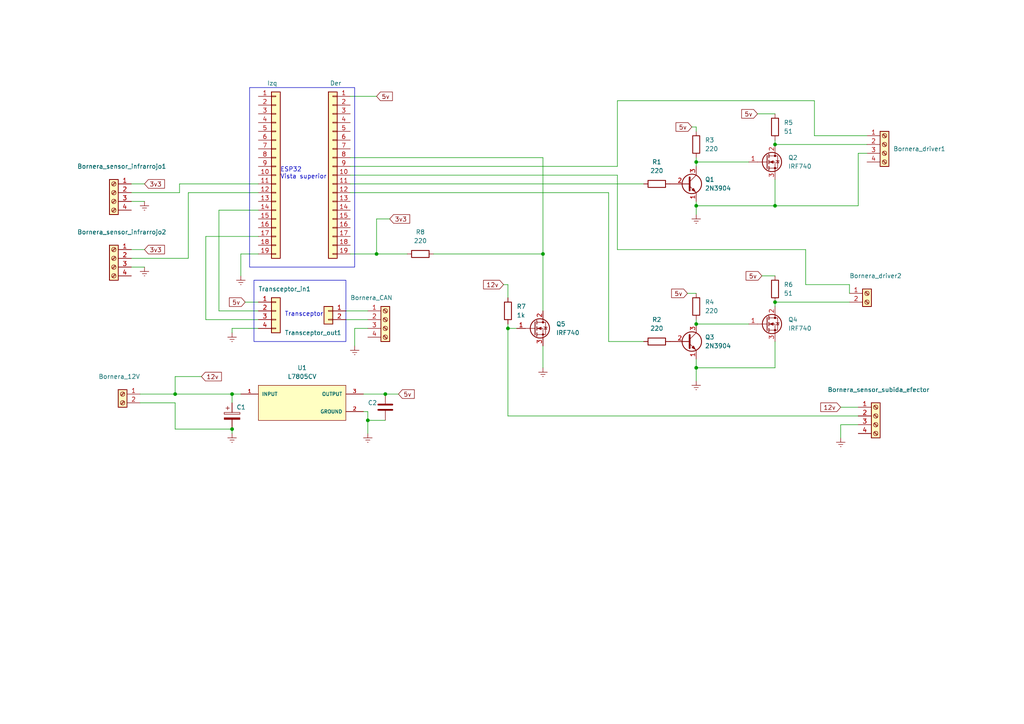
<source format=kicad_sch>
(kicad_sch (version 20230121) (generator eeschema)

  (uuid 2d87ee42-931b-41cf-ae36-997d2e253e6b)

  (paper "A4")

  (lib_symbols
    (symbol "Connector:Screw_Terminal_01x02" (pin_names (offset 1.016) hide) (in_bom yes) (on_board yes)
      (property "Reference" "J" (at 0 2.54 0)
        (effects (font (size 1.27 1.27)))
      )
      (property "Value" "Screw_Terminal_01x02" (at 0 -5.08 0)
        (effects (font (size 1.27 1.27)))
      )
      (property "Footprint" "" (at 0 0 0)
        (effects (font (size 1.27 1.27)) hide)
      )
      (property "Datasheet" "~" (at 0 0 0)
        (effects (font (size 1.27 1.27)) hide)
      )
      (property "ki_keywords" "screw terminal" (at 0 0 0)
        (effects (font (size 1.27 1.27)) hide)
      )
      (property "ki_description" "Generic screw terminal, single row, 01x02, script generated (kicad-library-utils/schlib/autogen/connector/)" (at 0 0 0)
        (effects (font (size 1.27 1.27)) hide)
      )
      (property "ki_fp_filters" "TerminalBlock*:*" (at 0 0 0)
        (effects (font (size 1.27 1.27)) hide)
      )
      (symbol "Screw_Terminal_01x02_1_1"
        (rectangle (start -1.27 1.27) (end 1.27 -3.81)
          (stroke (width 0.254) (type default))
          (fill (type background))
        )
        (circle (center 0 -2.54) (radius 0.635)
          (stroke (width 0.1524) (type default))
          (fill (type none))
        )
        (polyline
          (pts
            (xy -0.5334 -2.2098)
            (xy 0.3302 -3.048)
          )
          (stroke (width 0.1524) (type default))
          (fill (type none))
        )
        (polyline
          (pts
            (xy -0.5334 0.3302)
            (xy 0.3302 -0.508)
          )
          (stroke (width 0.1524) (type default))
          (fill (type none))
        )
        (polyline
          (pts
            (xy -0.3556 -2.032)
            (xy 0.508 -2.8702)
          )
          (stroke (width 0.1524) (type default))
          (fill (type none))
        )
        (polyline
          (pts
            (xy -0.3556 0.508)
            (xy 0.508 -0.3302)
          )
          (stroke (width 0.1524) (type default))
          (fill (type none))
        )
        (circle (center 0 0) (radius 0.635)
          (stroke (width 0.1524) (type default))
          (fill (type none))
        )
        (pin passive line (at -5.08 0 0) (length 3.81)
          (name "Pin_1" (effects (font (size 1.27 1.27))))
          (number "1" (effects (font (size 1.27 1.27))))
        )
        (pin passive line (at -5.08 -2.54 0) (length 3.81)
          (name "Pin_2" (effects (font (size 1.27 1.27))))
          (number "2" (effects (font (size 1.27 1.27))))
        )
      )
    )
    (symbol "Connector:Screw_Terminal_01x04" (pin_names (offset 1.016) hide) (in_bom yes) (on_board yes)
      (property "Reference" "J" (at 0 5.08 0)
        (effects (font (size 1.27 1.27)))
      )
      (property "Value" "Screw_Terminal_01x04" (at 0 -7.62 0)
        (effects (font (size 1.27 1.27)))
      )
      (property "Footprint" "" (at 0 0 0)
        (effects (font (size 1.27 1.27)) hide)
      )
      (property "Datasheet" "~" (at 0 0 0)
        (effects (font (size 1.27 1.27)) hide)
      )
      (property "ki_keywords" "screw terminal" (at 0 0 0)
        (effects (font (size 1.27 1.27)) hide)
      )
      (property "ki_description" "Generic screw terminal, single row, 01x04, script generated (kicad-library-utils/schlib/autogen/connector/)" (at 0 0 0)
        (effects (font (size 1.27 1.27)) hide)
      )
      (property "ki_fp_filters" "TerminalBlock*:*" (at 0 0 0)
        (effects (font (size 1.27 1.27)) hide)
      )
      (symbol "Screw_Terminal_01x04_1_1"
        (rectangle (start -1.27 3.81) (end 1.27 -6.35)
          (stroke (width 0.254) (type default))
          (fill (type background))
        )
        (circle (center 0 -5.08) (radius 0.635)
          (stroke (width 0.1524) (type default))
          (fill (type none))
        )
        (circle (center 0 -2.54) (radius 0.635)
          (stroke (width 0.1524) (type default))
          (fill (type none))
        )
        (polyline
          (pts
            (xy -0.5334 -4.7498)
            (xy 0.3302 -5.588)
          )
          (stroke (width 0.1524) (type default))
          (fill (type none))
        )
        (polyline
          (pts
            (xy -0.5334 -2.2098)
            (xy 0.3302 -3.048)
          )
          (stroke (width 0.1524) (type default))
          (fill (type none))
        )
        (polyline
          (pts
            (xy -0.5334 0.3302)
            (xy 0.3302 -0.508)
          )
          (stroke (width 0.1524) (type default))
          (fill (type none))
        )
        (polyline
          (pts
            (xy -0.5334 2.8702)
            (xy 0.3302 2.032)
          )
          (stroke (width 0.1524) (type default))
          (fill (type none))
        )
        (polyline
          (pts
            (xy -0.3556 -4.572)
            (xy 0.508 -5.4102)
          )
          (stroke (width 0.1524) (type default))
          (fill (type none))
        )
        (polyline
          (pts
            (xy -0.3556 -2.032)
            (xy 0.508 -2.8702)
          )
          (stroke (width 0.1524) (type default))
          (fill (type none))
        )
        (polyline
          (pts
            (xy -0.3556 0.508)
            (xy 0.508 -0.3302)
          )
          (stroke (width 0.1524) (type default))
          (fill (type none))
        )
        (polyline
          (pts
            (xy -0.3556 3.048)
            (xy 0.508 2.2098)
          )
          (stroke (width 0.1524) (type default))
          (fill (type none))
        )
        (circle (center 0 0) (radius 0.635)
          (stroke (width 0.1524) (type default))
          (fill (type none))
        )
        (circle (center 0 2.54) (radius 0.635)
          (stroke (width 0.1524) (type default))
          (fill (type none))
        )
        (pin passive line (at -5.08 2.54 0) (length 3.81)
          (name "Pin_1" (effects (font (size 1.27 1.27))))
          (number "1" (effects (font (size 1.27 1.27))))
        )
        (pin passive line (at -5.08 0 0) (length 3.81)
          (name "Pin_2" (effects (font (size 1.27 1.27))))
          (number "2" (effects (font (size 1.27 1.27))))
        )
        (pin passive line (at -5.08 -2.54 0) (length 3.81)
          (name "Pin_3" (effects (font (size 1.27 1.27))))
          (number "3" (effects (font (size 1.27 1.27))))
        )
        (pin passive line (at -5.08 -5.08 0) (length 3.81)
          (name "Pin_4" (effects (font (size 1.27 1.27))))
          (number "4" (effects (font (size 1.27 1.27))))
        )
      )
    )
    (symbol "Connector_Generic:Conn_01x02" (pin_names (offset 1.016) hide) (in_bom yes) (on_board yes)
      (property "Reference" "J" (at 0 2.54 0)
        (effects (font (size 1.27 1.27)))
      )
      (property "Value" "Conn_01x02" (at 0 -5.08 0)
        (effects (font (size 1.27 1.27)))
      )
      (property "Footprint" "" (at 0 0 0)
        (effects (font (size 1.27 1.27)) hide)
      )
      (property "Datasheet" "~" (at 0 0 0)
        (effects (font (size 1.27 1.27)) hide)
      )
      (property "ki_keywords" "connector" (at 0 0 0)
        (effects (font (size 1.27 1.27)) hide)
      )
      (property "ki_description" "Generic connector, single row, 01x02, script generated (kicad-library-utils/schlib/autogen/connector/)" (at 0 0 0)
        (effects (font (size 1.27 1.27)) hide)
      )
      (property "ki_fp_filters" "Connector*:*_1x??_*" (at 0 0 0)
        (effects (font (size 1.27 1.27)) hide)
      )
      (symbol "Conn_01x02_1_1"
        (rectangle (start -1.27 -2.413) (end 0 -2.667)
          (stroke (width 0.1524) (type default))
          (fill (type none))
        )
        (rectangle (start -1.27 0.127) (end 0 -0.127)
          (stroke (width 0.1524) (type default))
          (fill (type none))
        )
        (rectangle (start -1.27 1.27) (end 1.27 -3.81)
          (stroke (width 0.254) (type default))
          (fill (type background))
        )
        (pin passive line (at -5.08 0 0) (length 3.81)
          (name "Pin_1" (effects (font (size 1.27 1.27))))
          (number "1" (effects (font (size 1.27 1.27))))
        )
        (pin passive line (at -5.08 -2.54 0) (length 3.81)
          (name "Pin_2" (effects (font (size 1.27 1.27))))
          (number "2" (effects (font (size 1.27 1.27))))
        )
      )
    )
    (symbol "Connector_Generic:Conn_01x04" (pin_names (offset 1.016) hide) (in_bom yes) (on_board yes)
      (property "Reference" "J" (at 0 5.08 0)
        (effects (font (size 1.27 1.27)))
      )
      (property "Value" "Conn_01x04" (at 0 -7.62 0)
        (effects (font (size 1.27 1.27)))
      )
      (property "Footprint" "" (at 0 0 0)
        (effects (font (size 1.27 1.27)) hide)
      )
      (property "Datasheet" "~" (at 0 0 0)
        (effects (font (size 1.27 1.27)) hide)
      )
      (property "ki_keywords" "connector" (at 0 0 0)
        (effects (font (size 1.27 1.27)) hide)
      )
      (property "ki_description" "Generic connector, single row, 01x04, script generated (kicad-library-utils/schlib/autogen/connector/)" (at 0 0 0)
        (effects (font (size 1.27 1.27)) hide)
      )
      (property "ki_fp_filters" "Connector*:*_1x??_*" (at 0 0 0)
        (effects (font (size 1.27 1.27)) hide)
      )
      (symbol "Conn_01x04_1_1"
        (rectangle (start -1.27 -4.953) (end 0 -5.207)
          (stroke (width 0.1524) (type default))
          (fill (type none))
        )
        (rectangle (start -1.27 -2.413) (end 0 -2.667)
          (stroke (width 0.1524) (type default))
          (fill (type none))
        )
        (rectangle (start -1.27 0.127) (end 0 -0.127)
          (stroke (width 0.1524) (type default))
          (fill (type none))
        )
        (rectangle (start -1.27 2.667) (end 0 2.413)
          (stroke (width 0.1524) (type default))
          (fill (type none))
        )
        (rectangle (start -1.27 3.81) (end 1.27 -6.35)
          (stroke (width 0.254) (type default))
          (fill (type background))
        )
        (pin passive line (at -5.08 2.54 0) (length 3.81)
          (name "Pin_1" (effects (font (size 1.27 1.27))))
          (number "1" (effects (font (size 1.27 1.27))))
        )
        (pin passive line (at -5.08 0 0) (length 3.81)
          (name "Pin_2" (effects (font (size 1.27 1.27))))
          (number "2" (effects (font (size 1.27 1.27))))
        )
        (pin passive line (at -5.08 -2.54 0) (length 3.81)
          (name "Pin_3" (effects (font (size 1.27 1.27))))
          (number "3" (effects (font (size 1.27 1.27))))
        )
        (pin passive line (at -5.08 -5.08 0) (length 3.81)
          (name "Pin_4" (effects (font (size 1.27 1.27))))
          (number "4" (effects (font (size 1.27 1.27))))
        )
      )
    )
    (symbol "Connector_Generic:Conn_01x19" (pin_names (offset 1.016) hide) (in_bom yes) (on_board yes)
      (property "Reference" "J" (at 0 25.4 0)
        (effects (font (size 1.27 1.27)))
      )
      (property "Value" "Conn_01x19" (at 0 -25.4 0)
        (effects (font (size 1.27 1.27)))
      )
      (property "Footprint" "" (at 0 0 0)
        (effects (font (size 1.27 1.27)) hide)
      )
      (property "Datasheet" "~" (at 0 0 0)
        (effects (font (size 1.27 1.27)) hide)
      )
      (property "ki_keywords" "connector" (at 0 0 0)
        (effects (font (size 1.27 1.27)) hide)
      )
      (property "ki_description" "Generic connector, single row, 01x19, script generated (kicad-library-utils/schlib/autogen/connector/)" (at 0 0 0)
        (effects (font (size 1.27 1.27)) hide)
      )
      (property "ki_fp_filters" "Connector*:*_1x??_*" (at 0 0 0)
        (effects (font (size 1.27 1.27)) hide)
      )
      (symbol "Conn_01x19_1_1"
        (rectangle (start -1.27 -22.733) (end 0 -22.987)
          (stroke (width 0.1524) (type default))
          (fill (type none))
        )
        (rectangle (start -1.27 -20.193) (end 0 -20.447)
          (stroke (width 0.1524) (type default))
          (fill (type none))
        )
        (rectangle (start -1.27 -17.653) (end 0 -17.907)
          (stroke (width 0.1524) (type default))
          (fill (type none))
        )
        (rectangle (start -1.27 -15.113) (end 0 -15.367)
          (stroke (width 0.1524) (type default))
          (fill (type none))
        )
        (rectangle (start -1.27 -12.573) (end 0 -12.827)
          (stroke (width 0.1524) (type default))
          (fill (type none))
        )
        (rectangle (start -1.27 -10.033) (end 0 -10.287)
          (stroke (width 0.1524) (type default))
          (fill (type none))
        )
        (rectangle (start -1.27 -7.493) (end 0 -7.747)
          (stroke (width 0.1524) (type default))
          (fill (type none))
        )
        (rectangle (start -1.27 -4.953) (end 0 -5.207)
          (stroke (width 0.1524) (type default))
          (fill (type none))
        )
        (rectangle (start -1.27 -2.413) (end 0 -2.667)
          (stroke (width 0.1524) (type default))
          (fill (type none))
        )
        (rectangle (start -1.27 0.127) (end 0 -0.127)
          (stroke (width 0.1524) (type default))
          (fill (type none))
        )
        (rectangle (start -1.27 2.667) (end 0 2.413)
          (stroke (width 0.1524) (type default))
          (fill (type none))
        )
        (rectangle (start -1.27 5.207) (end 0 4.953)
          (stroke (width 0.1524) (type default))
          (fill (type none))
        )
        (rectangle (start -1.27 7.747) (end 0 7.493)
          (stroke (width 0.1524) (type default))
          (fill (type none))
        )
        (rectangle (start -1.27 10.287) (end 0 10.033)
          (stroke (width 0.1524) (type default))
          (fill (type none))
        )
        (rectangle (start -1.27 12.827) (end 0 12.573)
          (stroke (width 0.1524) (type default))
          (fill (type none))
        )
        (rectangle (start -1.27 15.367) (end 0 15.113)
          (stroke (width 0.1524) (type default))
          (fill (type none))
        )
        (rectangle (start -1.27 17.907) (end 0 17.653)
          (stroke (width 0.1524) (type default))
          (fill (type none))
        )
        (rectangle (start -1.27 20.447) (end 0 20.193)
          (stroke (width 0.1524) (type default))
          (fill (type none))
        )
        (rectangle (start -1.27 22.987) (end 0 22.733)
          (stroke (width 0.1524) (type default))
          (fill (type none))
        )
        (rectangle (start -1.27 24.13) (end 1.27 -24.13)
          (stroke (width 0.254) (type default))
          (fill (type background))
        )
        (pin passive line (at -5.08 22.86 0) (length 3.81)
          (name "Pin_1" (effects (font (size 1.27 1.27))))
          (number "1" (effects (font (size 1.27 1.27))))
        )
        (pin passive line (at -5.08 0 0) (length 3.81)
          (name "Pin_10" (effects (font (size 1.27 1.27))))
          (number "10" (effects (font (size 1.27 1.27))))
        )
        (pin passive line (at -5.08 -2.54 0) (length 3.81)
          (name "Pin_11" (effects (font (size 1.27 1.27))))
          (number "11" (effects (font (size 1.27 1.27))))
        )
        (pin passive line (at -5.08 -5.08 0) (length 3.81)
          (name "Pin_12" (effects (font (size 1.27 1.27))))
          (number "12" (effects (font (size 1.27 1.27))))
        )
        (pin passive line (at -5.08 -7.62 0) (length 3.81)
          (name "Pin_13" (effects (font (size 1.27 1.27))))
          (number "13" (effects (font (size 1.27 1.27))))
        )
        (pin passive line (at -5.08 -10.16 0) (length 3.81)
          (name "Pin_14" (effects (font (size 1.27 1.27))))
          (number "14" (effects (font (size 1.27 1.27))))
        )
        (pin passive line (at -5.08 -12.7 0) (length 3.81)
          (name "Pin_15" (effects (font (size 1.27 1.27))))
          (number "15" (effects (font (size 1.27 1.27))))
        )
        (pin passive line (at -5.08 -15.24 0) (length 3.81)
          (name "Pin_16" (effects (font (size 1.27 1.27))))
          (number "16" (effects (font (size 1.27 1.27))))
        )
        (pin passive line (at -5.08 -17.78 0) (length 3.81)
          (name "Pin_17" (effects (font (size 1.27 1.27))))
          (number "17" (effects (font (size 1.27 1.27))))
        )
        (pin passive line (at -5.08 -20.32 0) (length 3.81)
          (name "Pin_18" (effects (font (size 1.27 1.27))))
          (number "18" (effects (font (size 1.27 1.27))))
        )
        (pin passive line (at -5.08 -22.86 0) (length 3.81)
          (name "Pin_19" (effects (font (size 1.27 1.27))))
          (number "19" (effects (font (size 1.27 1.27))))
        )
        (pin passive line (at -5.08 20.32 0) (length 3.81)
          (name "Pin_2" (effects (font (size 1.27 1.27))))
          (number "2" (effects (font (size 1.27 1.27))))
        )
        (pin passive line (at -5.08 17.78 0) (length 3.81)
          (name "Pin_3" (effects (font (size 1.27 1.27))))
          (number "3" (effects (font (size 1.27 1.27))))
        )
        (pin passive line (at -5.08 15.24 0) (length 3.81)
          (name "Pin_4" (effects (font (size 1.27 1.27))))
          (number "4" (effects (font (size 1.27 1.27))))
        )
        (pin passive line (at -5.08 12.7 0) (length 3.81)
          (name "Pin_5" (effects (font (size 1.27 1.27))))
          (number "5" (effects (font (size 1.27 1.27))))
        )
        (pin passive line (at -5.08 10.16 0) (length 3.81)
          (name "Pin_6" (effects (font (size 1.27 1.27))))
          (number "6" (effects (font (size 1.27 1.27))))
        )
        (pin passive line (at -5.08 7.62 0) (length 3.81)
          (name "Pin_7" (effects (font (size 1.27 1.27))))
          (number "7" (effects (font (size 1.27 1.27))))
        )
        (pin passive line (at -5.08 5.08 0) (length 3.81)
          (name "Pin_8" (effects (font (size 1.27 1.27))))
          (number "8" (effects (font (size 1.27 1.27))))
        )
        (pin passive line (at -5.08 2.54 0) (length 3.81)
          (name "Pin_9" (effects (font (size 1.27 1.27))))
          (number "9" (effects (font (size 1.27 1.27))))
        )
      )
    )
    (symbol "Device:C" (pin_numbers hide) (pin_names (offset 0.254)) (in_bom yes) (on_board yes)
      (property "Reference" "C" (at 0.635 2.54 0)
        (effects (font (size 1.27 1.27)) (justify left))
      )
      (property "Value" "C" (at 0.635 -2.54 0)
        (effects (font (size 1.27 1.27)) (justify left))
      )
      (property "Footprint" "" (at 0.9652 -3.81 0)
        (effects (font (size 1.27 1.27)) hide)
      )
      (property "Datasheet" "~" (at 0 0 0)
        (effects (font (size 1.27 1.27)) hide)
      )
      (property "ki_keywords" "cap capacitor" (at 0 0 0)
        (effects (font (size 1.27 1.27)) hide)
      )
      (property "ki_description" "Unpolarized capacitor" (at 0 0 0)
        (effects (font (size 1.27 1.27)) hide)
      )
      (property "ki_fp_filters" "C_*" (at 0 0 0)
        (effects (font (size 1.27 1.27)) hide)
      )
      (symbol "C_0_1"
        (polyline
          (pts
            (xy -2.032 -0.762)
            (xy 2.032 -0.762)
          )
          (stroke (width 0.508) (type default))
          (fill (type none))
        )
        (polyline
          (pts
            (xy -2.032 0.762)
            (xy 2.032 0.762)
          )
          (stroke (width 0.508) (type default))
          (fill (type none))
        )
      )
      (symbol "C_1_1"
        (pin passive line (at 0 3.81 270) (length 2.794)
          (name "~" (effects (font (size 1.27 1.27))))
          (number "1" (effects (font (size 1.27 1.27))))
        )
        (pin passive line (at 0 -3.81 90) (length 2.794)
          (name "~" (effects (font (size 1.27 1.27))))
          (number "2" (effects (font (size 1.27 1.27))))
        )
      )
    )
    (symbol "Device:C_Polarized" (pin_numbers hide) (pin_names (offset 0.254)) (in_bom yes) (on_board yes)
      (property "Reference" "C" (at 0.635 2.54 0)
        (effects (font (size 1.27 1.27)) (justify left))
      )
      (property "Value" "C_Polarized" (at 0.635 -2.54 0)
        (effects (font (size 1.27 1.27)) (justify left))
      )
      (property "Footprint" "" (at 0.9652 -3.81 0)
        (effects (font (size 1.27 1.27)) hide)
      )
      (property "Datasheet" "~" (at 0 0 0)
        (effects (font (size 1.27 1.27)) hide)
      )
      (property "ki_keywords" "cap capacitor" (at 0 0 0)
        (effects (font (size 1.27 1.27)) hide)
      )
      (property "ki_description" "Polarized capacitor" (at 0 0 0)
        (effects (font (size 1.27 1.27)) hide)
      )
      (property "ki_fp_filters" "CP_*" (at 0 0 0)
        (effects (font (size 1.27 1.27)) hide)
      )
      (symbol "C_Polarized_0_1"
        (rectangle (start -2.286 0.508) (end 2.286 1.016)
          (stroke (width 0) (type default))
          (fill (type none))
        )
        (polyline
          (pts
            (xy -1.778 2.286)
            (xy -0.762 2.286)
          )
          (stroke (width 0) (type default))
          (fill (type none))
        )
        (polyline
          (pts
            (xy -1.27 2.794)
            (xy -1.27 1.778)
          )
          (stroke (width 0) (type default))
          (fill (type none))
        )
        (rectangle (start 2.286 -0.508) (end -2.286 -1.016)
          (stroke (width 0) (type default))
          (fill (type outline))
        )
      )
      (symbol "C_Polarized_1_1"
        (pin passive line (at 0 3.81 270) (length 2.794)
          (name "~" (effects (font (size 1.27 1.27))))
          (number "1" (effects (font (size 1.27 1.27))))
        )
        (pin passive line (at 0 -3.81 90) (length 2.794)
          (name "~" (effects (font (size 1.27 1.27))))
          (number "2" (effects (font (size 1.27 1.27))))
        )
      )
    )
    (symbol "Device:R" (pin_numbers hide) (pin_names (offset 0)) (in_bom yes) (on_board yes)
      (property "Reference" "R" (at 2.032 0 90)
        (effects (font (size 1.27 1.27)))
      )
      (property "Value" "R" (at 0 0 90)
        (effects (font (size 1.27 1.27)))
      )
      (property "Footprint" "" (at -1.778 0 90)
        (effects (font (size 1.27 1.27)) hide)
      )
      (property "Datasheet" "~" (at 0 0 0)
        (effects (font (size 1.27 1.27)) hide)
      )
      (property "ki_keywords" "R res resistor" (at 0 0 0)
        (effects (font (size 1.27 1.27)) hide)
      )
      (property "ki_description" "Resistor" (at 0 0 0)
        (effects (font (size 1.27 1.27)) hide)
      )
      (property "ki_fp_filters" "R_*" (at 0 0 0)
        (effects (font (size 1.27 1.27)) hide)
      )
      (symbol "R_0_1"
        (rectangle (start -1.016 -2.54) (end 1.016 2.54)
          (stroke (width 0.254) (type default))
          (fill (type none))
        )
      )
      (symbol "R_1_1"
        (pin passive line (at 0 3.81 270) (length 1.27)
          (name "~" (effects (font (size 1.27 1.27))))
          (number "1" (effects (font (size 1.27 1.27))))
        )
        (pin passive line (at 0 -3.81 90) (length 1.27)
          (name "~" (effects (font (size 1.27 1.27))))
          (number "2" (effects (font (size 1.27 1.27))))
        )
      )
    )
    (symbol "L7805CV:L7805CV" (pin_names (offset 1.016)) (in_bom yes) (on_board yes)
      (property "Reference" "U" (at -12.7 5.842 0)
        (effects (font (size 1.27 1.27)) (justify left bottom))
      )
      (property "Value" "L7805CV" (at -12.7 -7.62 0)
        (effects (font (size 1.27 1.27)) (justify left bottom))
      )
      (property "Footprint" "L7805CV:TO255P1040X460X1968-3" (at 0 0 0)
        (effects (font (size 1.27 1.27)) (justify bottom) hide)
      )
      (property "Datasheet" "" (at 0 0 0)
        (effects (font (size 1.27 1.27)) hide)
      )
      (property "MF" "STMicroelectronics" (at 0 0 0)
        (effects (font (size 1.27 1.27)) (justify bottom) hide)
      )
      (property "Description" "\nLinear Voltage Regulator IC Positive Fixed 1 Output 1.5A TO-220\n" (at 0 0 0)
        (effects (font (size 1.27 1.27)) (justify bottom) hide)
      )
      (property "Package" "TO-220-3 STMicroelectronics" (at 0 0 0)
        (effects (font (size 1.27 1.27)) (justify bottom) hide)
      )
      (property "Price" "None" (at 0 0 0)
        (effects (font (size 1.27 1.27)) (justify bottom) hide)
      )
      (property "Check_prices" "https://www.snapeda.com/parts/L7805C-V/STMicroelectronics/view-part/?ref=eda" (at 0 0 0)
        (effects (font (size 1.27 1.27)) (justify bottom) hide)
      )
      (property "STANDARD" "IPC-7351B" (at 0 0 0)
        (effects (font (size 1.27 1.27)) (justify bottom) hide)
      )
      (property "PARTREV" "36" (at 0 0 0)
        (effects (font (size 1.27 1.27)) (justify bottom) hide)
      )
      (property "SnapEDA_Link" "https://www.snapeda.com/parts/L7805C-V/STMicroelectronics/view-part/?ref=snap" (at 0 0 0)
        (effects (font (size 1.27 1.27)) (justify bottom) hide)
      )
      (property "MP" "L7805C-V" (at 0 0 0)
        (effects (font (size 1.27 1.27)) (justify bottom) hide)
      )
      (property "Purchase-URL" "https://www.snapeda.com/api/url_track_click_mouser/?unipart_id=1064554&manufacturer=STMicroelectronics&part_name=L7805C-V&search_term=l7805" (at 0 0 0)
        (effects (font (size 1.27 1.27)) (justify bottom) hide)
      )
      (property "Availability" "In Stock" (at 0 0 0)
        (effects (font (size 1.27 1.27)) (justify bottom) hide)
      )
      (property "MANUFACTURER" "STMicroelectronics" (at 0 0 0)
        (effects (font (size 1.27 1.27)) (justify bottom) hide)
      )
      (symbol "L7805CV_0_0"
        (rectangle (start -12.7 -5.08) (end 12.7 5.08)
          (stroke (width 0.1524) (type default))
          (fill (type background))
        )
        (pin input line (at -17.78 2.54 0) (length 5.08)
          (name "INPUT" (effects (font (size 1.016 1.016))))
          (number "1" (effects (font (size 1.016 1.016))))
        )
        (pin power_in line (at 17.78 -2.54 180) (length 5.08)
          (name "GROUND" (effects (font (size 1.016 1.016))))
          (number "2" (effects (font (size 1.016 1.016))))
        )
        (pin output line (at 17.78 2.54 180) (length 5.08)
          (name "OUTPUT" (effects (font (size 1.016 1.016))))
          (number "3" (effects (font (size 1.016 1.016))))
        )
      )
    )
    (symbol "Transistor_BJT:2N3904" (pin_names (offset 0) hide) (in_bom yes) (on_board yes)
      (property "Reference" "Q" (at 5.08 1.905 0)
        (effects (font (size 1.27 1.27)) (justify left))
      )
      (property "Value" "2N3904" (at 5.08 0 0)
        (effects (font (size 1.27 1.27)) (justify left))
      )
      (property "Footprint" "Package_TO_SOT_THT:TO-92_Inline" (at 5.08 -1.905 0)
        (effects (font (size 1.27 1.27) italic) (justify left) hide)
      )
      (property "Datasheet" "https://www.onsemi.com/pub/Collateral/2N3903-D.PDF" (at 0 0 0)
        (effects (font (size 1.27 1.27)) (justify left) hide)
      )
      (property "ki_keywords" "NPN Transistor" (at 0 0 0)
        (effects (font (size 1.27 1.27)) hide)
      )
      (property "ki_description" "0.2A Ic, 40V Vce, Small Signal NPN Transistor, TO-92" (at 0 0 0)
        (effects (font (size 1.27 1.27)) hide)
      )
      (property "ki_fp_filters" "TO?92*" (at 0 0 0)
        (effects (font (size 1.27 1.27)) hide)
      )
      (symbol "2N3904_0_1"
        (polyline
          (pts
            (xy 0.635 0.635)
            (xy 2.54 2.54)
          )
          (stroke (width 0) (type default))
          (fill (type none))
        )
        (polyline
          (pts
            (xy 0.635 -0.635)
            (xy 2.54 -2.54)
            (xy 2.54 -2.54)
          )
          (stroke (width 0) (type default))
          (fill (type none))
        )
        (polyline
          (pts
            (xy 0.635 1.905)
            (xy 0.635 -1.905)
            (xy 0.635 -1.905)
          )
          (stroke (width 0.508) (type default))
          (fill (type none))
        )
        (polyline
          (pts
            (xy 1.27 -1.778)
            (xy 1.778 -1.27)
            (xy 2.286 -2.286)
            (xy 1.27 -1.778)
            (xy 1.27 -1.778)
          )
          (stroke (width 0) (type default))
          (fill (type outline))
        )
        (circle (center 1.27 0) (radius 2.8194)
          (stroke (width 0.254) (type default))
          (fill (type none))
        )
      )
      (symbol "2N3904_1_1"
        (pin passive line (at 2.54 -5.08 90) (length 2.54)
          (name "E" (effects (font (size 1.27 1.27))))
          (number "1" (effects (font (size 1.27 1.27))))
        )
        (pin passive line (at -5.08 0 0) (length 5.715)
          (name "B" (effects (font (size 1.27 1.27))))
          (number "2" (effects (font (size 1.27 1.27))))
        )
        (pin passive line (at 2.54 5.08 270) (length 2.54)
          (name "C" (effects (font (size 1.27 1.27))))
          (number "3" (effects (font (size 1.27 1.27))))
        )
      )
    )
    (symbol "Transistor_FET:IRF740" (pin_names hide) (in_bom yes) (on_board yes)
      (property "Reference" "Q" (at 6.35 1.905 0)
        (effects (font (size 1.27 1.27)) (justify left))
      )
      (property "Value" "IRF740" (at 6.35 0 0)
        (effects (font (size 1.27 1.27)) (justify left))
      )
      (property "Footprint" "Package_TO_SOT_THT:TO-220-3_Vertical" (at 6.35 -1.905 0)
        (effects (font (size 1.27 1.27) italic) (justify left) hide)
      )
      (property "Datasheet" "http://www.vishay.com/docs/91054/91054.pdf" (at 0 0 0)
        (effects (font (size 1.27 1.27)) (justify left) hide)
      )
      (property "ki_keywords" "N Channel" (at 0 0 0)
        (effects (font (size 1.27 1.27)) hide)
      )
      (property "ki_description" "10A Id, 400V Vds, N-Channel Power MOSFET, 500mOhm Rds, TO-220AB" (at 0 0 0)
        (effects (font (size 1.27 1.27)) hide)
      )
      (property "ki_fp_filters" "TO?220*" (at 0 0 0)
        (effects (font (size 1.27 1.27)) hide)
      )
      (symbol "IRF740_0_1"
        (polyline
          (pts
            (xy 0.254 0)
            (xy -2.54 0)
          )
          (stroke (width 0) (type default))
          (fill (type none))
        )
        (polyline
          (pts
            (xy 0.254 1.905)
            (xy 0.254 -1.905)
          )
          (stroke (width 0.254) (type default))
          (fill (type none))
        )
        (polyline
          (pts
            (xy 0.762 -1.27)
            (xy 0.762 -2.286)
          )
          (stroke (width 0.254) (type default))
          (fill (type none))
        )
        (polyline
          (pts
            (xy 0.762 0.508)
            (xy 0.762 -0.508)
          )
          (stroke (width 0.254) (type default))
          (fill (type none))
        )
        (polyline
          (pts
            (xy 0.762 2.286)
            (xy 0.762 1.27)
          )
          (stroke (width 0.254) (type default))
          (fill (type none))
        )
        (polyline
          (pts
            (xy 2.54 2.54)
            (xy 2.54 1.778)
          )
          (stroke (width 0) (type default))
          (fill (type none))
        )
        (polyline
          (pts
            (xy 2.54 -2.54)
            (xy 2.54 0)
            (xy 0.762 0)
          )
          (stroke (width 0) (type default))
          (fill (type none))
        )
        (polyline
          (pts
            (xy 0.762 -1.778)
            (xy 3.302 -1.778)
            (xy 3.302 1.778)
            (xy 0.762 1.778)
          )
          (stroke (width 0) (type default))
          (fill (type none))
        )
        (polyline
          (pts
            (xy 1.016 0)
            (xy 2.032 0.381)
            (xy 2.032 -0.381)
            (xy 1.016 0)
          )
          (stroke (width 0) (type default))
          (fill (type outline))
        )
        (polyline
          (pts
            (xy 2.794 0.508)
            (xy 2.921 0.381)
            (xy 3.683 0.381)
            (xy 3.81 0.254)
          )
          (stroke (width 0) (type default))
          (fill (type none))
        )
        (polyline
          (pts
            (xy 3.302 0.381)
            (xy 2.921 -0.254)
            (xy 3.683 -0.254)
            (xy 3.302 0.381)
          )
          (stroke (width 0) (type default))
          (fill (type none))
        )
        (circle (center 1.651 0) (radius 2.794)
          (stroke (width 0.254) (type default))
          (fill (type none))
        )
        (circle (center 2.54 -1.778) (radius 0.254)
          (stroke (width 0) (type default))
          (fill (type outline))
        )
        (circle (center 2.54 1.778) (radius 0.254)
          (stroke (width 0) (type default))
          (fill (type outline))
        )
      )
      (symbol "IRF740_1_1"
        (pin input line (at -5.08 0 0) (length 2.54)
          (name "G" (effects (font (size 1.27 1.27))))
          (number "1" (effects (font (size 1.27 1.27))))
        )
        (pin passive line (at 2.54 5.08 270) (length 2.54)
          (name "D" (effects (font (size 1.27 1.27))))
          (number "2" (effects (font (size 1.27 1.27))))
        )
        (pin passive line (at 2.54 -5.08 90) (length 2.54)
          (name "S" (effects (font (size 1.27 1.27))))
          (number "3" (effects (font (size 1.27 1.27))))
        )
      )
    )
    (symbol "power:Earth" (power) (pin_names (offset 0)) (in_bom yes) (on_board yes)
      (property "Reference" "#PWR" (at 0 -6.35 0)
        (effects (font (size 1.27 1.27)) hide)
      )
      (property "Value" "Earth" (at 0 -3.81 0)
        (effects (font (size 1.27 1.27)) hide)
      )
      (property "Footprint" "" (at 0 0 0)
        (effects (font (size 1.27 1.27)) hide)
      )
      (property "Datasheet" "~" (at 0 0 0)
        (effects (font (size 1.27 1.27)) hide)
      )
      (property "ki_keywords" "global ground gnd" (at 0 0 0)
        (effects (font (size 1.27 1.27)) hide)
      )
      (property "ki_description" "Power symbol creates a global label with name \"Earth\"" (at 0 0 0)
        (effects (font (size 1.27 1.27)) hide)
      )
      (symbol "Earth_0_1"
        (polyline
          (pts
            (xy -0.635 -1.905)
            (xy 0.635 -1.905)
          )
          (stroke (width 0) (type default))
          (fill (type none))
        )
        (polyline
          (pts
            (xy -0.127 -2.54)
            (xy 0.127 -2.54)
          )
          (stroke (width 0) (type default))
          (fill (type none))
        )
        (polyline
          (pts
            (xy 0 -1.27)
            (xy 0 0)
          )
          (stroke (width 0) (type default))
          (fill (type none))
        )
        (polyline
          (pts
            (xy 1.27 -1.27)
            (xy -1.27 -1.27)
          )
          (stroke (width 0) (type default))
          (fill (type none))
        )
      )
      (symbol "Earth_1_1"
        (pin power_in line (at 0 0 270) (length 0) hide
          (name "Earth" (effects (font (size 1.27 1.27))))
          (number "1" (effects (font (size 1.27 1.27))))
        )
      )
    )
  )

  (junction (at 109.22 73.66) (diameter 0) (color 0 0 0 0)
    (uuid 0ed97550-8d65-42ee-ad4b-a6bb1d8a19b1)
  )
  (junction (at 111.76 114.3) (diameter 0) (color 0 0 0 0)
    (uuid 2f6314a1-c516-44c9-a23c-2d2512ffa978)
  )
  (junction (at 67.31 114.3) (diameter 0) (color 0 0 0 0)
    (uuid 4f2a33c7-cc75-4e12-9b44-a40c24b864c9)
  )
  (junction (at 147.32 95.25) (diameter 0) (color 0 0 0 0)
    (uuid 66694490-cac6-4d57-9ef2-03503c90264c)
  )
  (junction (at 201.93 46.99) (diameter 0) (color 0 0 0 0)
    (uuid 8f8aa304-c35d-46ee-a48b-0f2730434886)
  )
  (junction (at 201.93 106.68) (diameter 0) (color 0 0 0 0)
    (uuid 990f626d-9dfe-4e4f-9fca-2bb42edc40df)
  )
  (junction (at 224.79 59.69) (diameter 0) (color 0 0 0 0)
    (uuid 9a3ffb18-88f0-45f7-b8d7-368ccf5934f1)
  )
  (junction (at 201.93 93.98) (diameter 0) (color 0 0 0 0)
    (uuid bc5f0b55-6723-4e9c-88b7-b949f7884770)
  )
  (junction (at 157.48 73.66) (diameter 0) (color 0 0 0 0)
    (uuid bf5a59e5-5ef7-4254-87bc-0287777806a4)
  )
  (junction (at 67.31 124.46) (diameter 0) (color 0 0 0 0)
    (uuid c2cc9941-8afa-48f0-93f6-a82f2620173d)
  )
  (junction (at 201.93 59.69) (diameter 0) (color 0 0 0 0)
    (uuid d1f3ea4a-05c4-49b8-8204-9e622bfbe990)
  )
  (junction (at 50.8 114.3) (diameter 0) (color 0 0 0 0)
    (uuid e9d14721-305f-4a3a-8f30-5f054188cbd9)
  )
  (junction (at 224.79 87.63) (diameter 0) (color 0 0 0 0)
    (uuid ea025a08-5ae8-42ce-947b-9470e4289118)
  )
  (junction (at 106.68 121.92) (diameter 0) (color 0 0 0 0)
    (uuid f436a57e-18a3-4aba-86f2-08985e9192eb)
  )
  (junction (at 224.79 41.91) (diameter 0) (color 0 0 0 0)
    (uuid f5df4758-924e-49da-a276-bdc14fba11be)
  )

  (wire (pts (xy 219.71 33.02) (xy 224.79 33.02))
    (stroke (width 0) (type default))
    (uuid 03554d01-7064-426a-84cc-15470694d2d6)
  )
  (wire (pts (xy 63.5 90.17) (xy 74.93 90.17))
    (stroke (width 0) (type default))
    (uuid 04e30b5a-fe26-4a68-add2-b9a02c1e808b)
  )
  (wire (pts (xy 101.6 53.34) (xy 186.69 53.34))
    (stroke (width 0) (type default))
    (uuid 0751b9e4-81dc-4ac0-8507-11a9be7bd41a)
  )
  (wire (pts (xy 38.1 77.47) (xy 41.91 77.47))
    (stroke (width 0) (type default))
    (uuid 0bbe96bb-c147-4166-80b1-6c028b282ffa)
  )
  (wire (pts (xy 106.68 121.92) (xy 111.76 121.92))
    (stroke (width 0) (type default))
    (uuid 0e23dfd8-30af-49b9-9a5f-051616e82a21)
  )
  (wire (pts (xy 67.31 95.25) (xy 67.31 96.52))
    (stroke (width 0) (type default))
    (uuid 18184a70-a1f0-48b0-b659-7dd6dc1ec5ca)
  )
  (wire (pts (xy 59.69 92.71) (xy 74.93 92.71))
    (stroke (width 0) (type default))
    (uuid 18237477-3327-4abc-bd2b-c1c9f3378774)
  )
  (wire (pts (xy 101.6 48.26) (xy 179.07 48.26))
    (stroke (width 0) (type default))
    (uuid 1c5b6770-370c-4032-9d1a-67137c5d97ca)
  )
  (wire (pts (xy 106.68 95.25) (xy 102.87 95.25))
    (stroke (width 0) (type default))
    (uuid 1e4cfa90-6805-4378-8b54-489723d9c9bf)
  )
  (wire (pts (xy 243.84 127) (xy 243.84 123.19))
    (stroke (width 0) (type default))
    (uuid 1f9dbf66-64c5-4d29-9ab5-d553ddd5d225)
  )
  (wire (pts (xy 67.31 124.46) (xy 67.31 125.73))
    (stroke (width 0) (type default))
    (uuid 27a32c36-7bfe-4630-a208-5cd253384ff5)
  )
  (wire (pts (xy 50.8 124.46) (xy 67.31 124.46))
    (stroke (width 0) (type default))
    (uuid 2d517afa-5587-4efe-807e-989aeff3ac40)
  )
  (wire (pts (xy 38.1 58.42) (xy 41.91 58.42))
    (stroke (width 0) (type default))
    (uuid 2f9dd847-d3a0-4997-bd9b-808efdc1b734)
  )
  (wire (pts (xy 147.32 93.98) (xy 147.32 95.25))
    (stroke (width 0) (type default))
    (uuid 347db8af-9bd4-451c-87b4-6c6215fe7158)
  )
  (wire (pts (xy 74.93 68.58) (xy 59.69 68.58))
    (stroke (width 0) (type default))
    (uuid 36def719-8e48-4068-9111-f8d4ddc48c94)
  )
  (wire (pts (xy 201.93 46.99) (xy 201.93 48.26))
    (stroke (width 0) (type default))
    (uuid 37045993-f043-4707-903a-b4e8efe52807)
  )
  (wire (pts (xy 101.6 27.94) (xy 109.22 27.94))
    (stroke (width 0) (type default))
    (uuid 37200bbd-b9e5-4a32-a292-1e23f4e31b20)
  )
  (wire (pts (xy 248.92 44.45) (xy 248.92 59.69))
    (stroke (width 0) (type default))
    (uuid 37698995-2133-4464-9650-8ff3925c119d)
  )
  (wire (pts (xy 251.46 41.91) (xy 224.79 41.91))
    (stroke (width 0) (type default))
    (uuid 3a0b8a8d-f949-4b73-a49c-7bfc167b1687)
  )
  (wire (pts (xy 101.6 73.66) (xy 109.22 73.66))
    (stroke (width 0) (type default))
    (uuid 3bd01b5d-1de1-4e59-aa88-82311653cb8e)
  )
  (wire (pts (xy 199.39 85.09) (xy 201.93 85.09))
    (stroke (width 0) (type default))
    (uuid 3c883adc-c2c0-4195-a510-587cca153419)
  )
  (wire (pts (xy 201.93 92.71) (xy 201.93 93.98))
    (stroke (width 0) (type default))
    (uuid 3d8752d3-41de-4e37-8e69-547bca0a125b)
  )
  (wire (pts (xy 201.93 106.68) (xy 201.93 110.49))
    (stroke (width 0) (type default))
    (uuid 3ea5ecaf-b38f-4808-b7ed-a17be52c61b4)
  )
  (wire (pts (xy 243.84 118.11) (xy 248.92 118.11))
    (stroke (width 0) (type default))
    (uuid 3fb86292-8b82-45cc-af1e-c0acbeca5a17)
  )
  (wire (pts (xy 147.32 95.25) (xy 149.86 95.25))
    (stroke (width 0) (type default))
    (uuid 42839000-8fa1-4b27-a4c3-4eabc48975f1)
  )
  (wire (pts (xy 52.07 53.34) (xy 74.93 53.34))
    (stroke (width 0) (type default))
    (uuid 46fa7911-5cf0-48d6-adca-610d08028fc1)
  )
  (wire (pts (xy 224.79 87.63) (xy 224.79 88.9))
    (stroke (width 0) (type default))
    (uuid 4c352a76-4d88-422f-8ddd-e151bfc00a29)
  )
  (wire (pts (xy 100.33 90.17) (xy 106.68 90.17))
    (stroke (width 0) (type default))
    (uuid 5286b041-90e0-467e-bd75-363a3451adfd)
  )
  (wire (pts (xy 67.31 114.3) (xy 69.85 114.3))
    (stroke (width 0) (type default))
    (uuid 531e88b2-5ce5-4c14-aa9c-7509b573844f)
  )
  (wire (pts (xy 201.93 59.69) (xy 201.93 62.23))
    (stroke (width 0) (type default))
    (uuid 54c3f5ff-55dd-4721-8517-8d8d05bfd71a)
  )
  (wire (pts (xy 38.1 74.93) (xy 54.61 74.93))
    (stroke (width 0) (type default))
    (uuid 559de43b-6989-4622-88cc-9e4715c6abae)
  )
  (wire (pts (xy 224.79 40.64) (xy 224.79 41.91))
    (stroke (width 0) (type default))
    (uuid 55be7804-5f40-43fa-a873-8586a86f4176)
  )
  (wire (pts (xy 224.79 106.68) (xy 201.93 106.68))
    (stroke (width 0) (type default))
    (uuid 5a4a9067-3746-4276-ba38-4d8d078ebf26)
  )
  (wire (pts (xy 52.07 55.88) (xy 52.07 53.34))
    (stroke (width 0) (type default))
    (uuid 5ac03c67-fcfd-4f60-ae8d-cb16e20ad5a5)
  )
  (wire (pts (xy 74.93 73.66) (xy 69.85 73.66))
    (stroke (width 0) (type default))
    (uuid 5af32657-4f72-4af4-aefd-f3664d00c3c8)
  )
  (wire (pts (xy 251.46 44.45) (xy 248.92 44.45))
    (stroke (width 0) (type default))
    (uuid 5e60601c-4537-427d-857d-2f684d9613d6)
  )
  (wire (pts (xy 106.68 119.38) (xy 106.68 121.92))
    (stroke (width 0) (type default))
    (uuid 5fadb298-0a72-4b96-a228-434b085c132b)
  )
  (wire (pts (xy 50.8 114.3) (xy 40.64 114.3))
    (stroke (width 0) (type default))
    (uuid 60cf8099-89af-473e-bc83-06f1fa3ade5b)
  )
  (wire (pts (xy 179.07 29.21) (xy 179.07 48.26))
    (stroke (width 0) (type default))
    (uuid 61e7e71d-5ff7-4b7a-94cf-3aa0d678e80c)
  )
  (wire (pts (xy 109.22 73.66) (xy 118.11 73.66))
    (stroke (width 0) (type default))
    (uuid 63406907-d9fd-49e6-952c-61a886d4dbf5)
  )
  (wire (pts (xy 109.22 63.5) (xy 109.22 73.66))
    (stroke (width 0) (type default))
    (uuid 689e1937-8071-4a42-a84b-d99beb27048b)
  )
  (wire (pts (xy 217.17 93.98) (xy 201.93 93.98))
    (stroke (width 0) (type default))
    (uuid 69531f3b-b62f-4a5b-9648-2921273428fd)
  )
  (wire (pts (xy 157.48 45.72) (xy 157.48 73.66))
    (stroke (width 0) (type default))
    (uuid 6a151623-9b81-4c65-a9d4-884537e4974c)
  )
  (wire (pts (xy 201.93 104.14) (xy 201.93 106.68))
    (stroke (width 0) (type default))
    (uuid 6b710b9d-0f56-4c8e-9fa3-44252c0ca934)
  )
  (wire (pts (xy 50.8 116.84) (xy 40.64 116.84))
    (stroke (width 0) (type default))
    (uuid 6bbcf560-4d03-4e62-9e4d-c9410a24bc65)
  )
  (wire (pts (xy 147.32 95.25) (xy 147.32 120.65))
    (stroke (width 0) (type default))
    (uuid 6db19377-c099-4128-b7b4-1d6126ce0b42)
  )
  (wire (pts (xy 50.8 109.22) (xy 58.42 109.22))
    (stroke (width 0) (type default))
    (uuid 6db6ea61-c84f-4d66-a41c-cceddaecbca3)
  )
  (wire (pts (xy 63.5 60.96) (xy 63.5 90.17))
    (stroke (width 0) (type default))
    (uuid 7401fbab-0a0e-4750-8b2f-0b7c1f6383f2)
  )
  (wire (pts (xy 248.92 120.65) (xy 147.32 120.65))
    (stroke (width 0) (type default))
    (uuid 78466f65-16e2-4324-97b0-83b29bcc67b8)
  )
  (wire (pts (xy 200.66 36.83) (xy 201.93 36.83))
    (stroke (width 0) (type default))
    (uuid 79ccf811-b259-462b-8fa5-3ef3f9de5f5d)
  )
  (wire (pts (xy 157.48 100.33) (xy 157.48 106.68))
    (stroke (width 0) (type default))
    (uuid 7b7ca88a-fbc0-47bd-b165-164df863fba2)
  )
  (wire (pts (xy 74.93 95.25) (xy 67.31 95.25))
    (stroke (width 0) (type default))
    (uuid 7ef9d086-031f-4cfa-98f8-3c1f3fe5e448)
  )
  (wire (pts (xy 236.22 39.37) (xy 236.22 29.21))
    (stroke (width 0) (type default))
    (uuid 7fee0502-e19d-4d16-aa3f-c6fb00454a76)
  )
  (wire (pts (xy 146.05 82.55) (xy 147.32 82.55))
    (stroke (width 0) (type default))
    (uuid 827e28b7-f6a8-414b-b846-01ba5e4c657f)
  )
  (wire (pts (xy 186.69 99.06) (xy 176.53 99.06))
    (stroke (width 0) (type default))
    (uuid 89526734-dd4d-4f00-a0e5-358224f36711)
  )
  (wire (pts (xy 54.61 55.88) (xy 74.93 55.88))
    (stroke (width 0) (type default))
    (uuid 8975167d-6022-4c00-bbd4-6298ca42cc55)
  )
  (wire (pts (xy 50.8 116.84) (xy 50.8 124.46))
    (stroke (width 0) (type default))
    (uuid 8a191ee1-053c-4550-a8fb-cf636d6edeeb)
  )
  (wire (pts (xy 224.79 87.63) (xy 246.38 87.63))
    (stroke (width 0) (type default))
    (uuid 8afd51aa-9ab8-4e78-a3d2-2fa326e6a146)
  )
  (wire (pts (xy 248.92 59.69) (xy 224.79 59.69))
    (stroke (width 0) (type default))
    (uuid 8d4b77a3-2389-400e-99f0-18ca28a35f73)
  )
  (wire (pts (xy 220.98 80.01) (xy 224.79 80.01))
    (stroke (width 0) (type default))
    (uuid 8fedad3d-bb6c-4bdb-8cc2-078e2c3d32ec)
  )
  (wire (pts (xy 38.1 55.88) (xy 52.07 55.88))
    (stroke (width 0) (type default))
    (uuid 91842ec3-6624-4b6c-82dc-c7f17d6f943b)
  )
  (wire (pts (xy 67.31 114.3) (xy 67.31 116.84))
    (stroke (width 0) (type default))
    (uuid 91ef1635-f7ea-40e7-b89a-560d18dc6180)
  )
  (wire (pts (xy 50.8 114.3) (xy 67.31 114.3))
    (stroke (width 0) (type default))
    (uuid 927c3a86-cf36-49cb-bf4f-97c8c0646800)
  )
  (wire (pts (xy 111.76 114.3) (xy 115.57 114.3))
    (stroke (width 0) (type default))
    (uuid 92cfb884-7cf1-4940-93b0-21a0a1e04297)
  )
  (wire (pts (xy 105.41 119.38) (xy 106.68 119.38))
    (stroke (width 0) (type default))
    (uuid 9487024f-23c6-41a2-b854-c1f28049cd16)
  )
  (wire (pts (xy 246.38 82.55) (xy 233.68 82.55))
    (stroke (width 0) (type default))
    (uuid 95242a2a-2bc3-4ccd-88ac-2d8688abb5cc)
  )
  (wire (pts (xy 236.22 29.21) (xy 179.07 29.21))
    (stroke (width 0) (type default))
    (uuid 983b1a14-1533-4de2-a40f-1e414c0f9b7f)
  )
  (wire (pts (xy 233.68 72.39) (xy 179.07 72.39))
    (stroke (width 0) (type default))
    (uuid 986e5d10-e5fe-46a2-b69f-7e1e8aad0871)
  )
  (wire (pts (xy 246.38 85.09) (xy 246.38 82.55))
    (stroke (width 0) (type default))
    (uuid a5ffe7fa-6064-4f8e-bdaa-c17e725b28be)
  )
  (wire (pts (xy 106.68 121.92) (xy 106.68 125.73))
    (stroke (width 0) (type default))
    (uuid a682c466-74cc-443d-a628-0780e6568bcf)
  )
  (wire (pts (xy 176.53 99.06) (xy 176.53 55.88))
    (stroke (width 0) (type default))
    (uuid acd44002-68f0-4b9d-b403-d5020e24d7d5)
  )
  (wire (pts (xy 101.6 45.72) (xy 157.48 45.72))
    (stroke (width 0) (type default))
    (uuid ae25bea4-392e-4ee9-92d3-9e900a51ffab)
  )
  (wire (pts (xy 113.03 63.5) (xy 109.22 63.5))
    (stroke (width 0) (type default))
    (uuid afb41f89-eb4e-4a70-9c61-59db39315bf4)
  )
  (wire (pts (xy 50.8 109.22) (xy 50.8 114.3))
    (stroke (width 0) (type default))
    (uuid b4cb1fc9-83b7-45e9-b7eb-b56d0038704c)
  )
  (wire (pts (xy 102.87 95.25) (xy 102.87 100.33))
    (stroke (width 0) (type default))
    (uuid b571e7fd-5917-4217-a21b-c8833f3bf588)
  )
  (wire (pts (xy 59.69 68.58) (xy 59.69 92.71))
    (stroke (width 0) (type default))
    (uuid c56f61bd-5588-427e-a1d5-0fe5df25902f)
  )
  (wire (pts (xy 101.6 50.8) (xy 179.07 50.8))
    (stroke (width 0) (type default))
    (uuid c71ae8c1-60a9-4ad9-8a54-b789a68b49e5)
  )
  (wire (pts (xy 224.79 52.07) (xy 224.79 59.69))
    (stroke (width 0) (type default))
    (uuid c79be1ea-323a-4f00-b723-ccb1e056f12c)
  )
  (wire (pts (xy 179.07 72.39) (xy 179.07 50.8))
    (stroke (width 0) (type default))
    (uuid c8080643-6bdd-4c06-a837-156513f3d1c1)
  )
  (wire (pts (xy 224.79 99.06) (xy 224.79 106.68))
    (stroke (width 0) (type default))
    (uuid c962cc09-98ae-4e33-9ea4-cdbb9c237ed7)
  )
  (wire (pts (xy 74.93 60.96) (xy 63.5 60.96))
    (stroke (width 0) (type default))
    (uuid cbeb3cd1-eb7b-4930-8492-abc3fdefecbf)
  )
  (wire (pts (xy 201.93 46.99) (xy 217.17 46.99))
    (stroke (width 0) (type default))
    (uuid ce5bbae4-2b09-4f64-97e7-e01fec3da187)
  )
  (wire (pts (xy 157.48 73.66) (xy 157.48 90.17))
    (stroke (width 0) (type default))
    (uuid cf250254-a4cf-411a-b17f-3e2d59db1dda)
  )
  (wire (pts (xy 105.41 114.3) (xy 111.76 114.3))
    (stroke (width 0) (type default))
    (uuid cf498ac6-be13-4427-8afe-e8e8e04cda13)
  )
  (wire (pts (xy 224.79 59.69) (xy 201.93 59.69))
    (stroke (width 0) (type default))
    (uuid cf715a42-73f1-477f-abae-2d8ca1549aa3)
  )
  (wire (pts (xy 201.93 58.42) (xy 201.93 59.69))
    (stroke (width 0) (type default))
    (uuid d0907152-10a0-40c5-b701-c8ed4577616c)
  )
  (wire (pts (xy 176.53 55.88) (xy 101.6 55.88))
    (stroke (width 0) (type default))
    (uuid d9d8efbc-b9ff-4f34-9ef9-50a9bf8651b9)
  )
  (wire (pts (xy 69.85 73.66) (xy 69.85 80.01))
    (stroke (width 0) (type default))
    (uuid df01e008-da09-45d0-8c4c-3361864a31a4)
  )
  (wire (pts (xy 251.46 39.37) (xy 236.22 39.37))
    (stroke (width 0) (type default))
    (uuid df06be9b-e968-42c5-a0fb-583b47fdcbed)
  )
  (wire (pts (xy 125.73 73.66) (xy 157.48 73.66))
    (stroke (width 0) (type default))
    (uuid e3c0d4bb-934e-4095-9512-47bc0619843a)
  )
  (wire (pts (xy 38.1 72.39) (xy 41.91 72.39))
    (stroke (width 0) (type default))
    (uuid e8c5c1c4-cc14-436d-8e88-6db5f747833c)
  )
  (wire (pts (xy 243.84 123.19) (xy 248.92 123.19))
    (stroke (width 0) (type default))
    (uuid eb0606e3-9f8b-404e-868e-509e5308b11e)
  )
  (wire (pts (xy 233.68 82.55) (xy 233.68 72.39))
    (stroke (width 0) (type default))
    (uuid f60c319e-bbfe-4322-bf2a-74639e882c5b)
  )
  (wire (pts (xy 100.33 92.71) (xy 106.68 92.71))
    (stroke (width 0) (type default))
    (uuid f69cd98a-4b7d-49d9-b80d-f25f9ddae936)
  )
  (wire (pts (xy 147.32 82.55) (xy 147.32 86.36))
    (stroke (width 0) (type default))
    (uuid f9679263-3836-491a-8f14-22c83ed2b21d)
  )
  (wire (pts (xy 201.93 36.83) (xy 201.93 38.1))
    (stroke (width 0) (type default))
    (uuid fa2889b6-eef7-459d-abf4-d22c9430ddcf)
  )
  (wire (pts (xy 54.61 55.88) (xy 54.61 74.93))
    (stroke (width 0) (type default))
    (uuid fb192db1-a1b8-45f9-b1b1-23455d86b70e)
  )
  (wire (pts (xy 201.93 45.72) (xy 201.93 46.99))
    (stroke (width 0) (type default))
    (uuid fbb7a01c-7a36-4873-bb37-015ecea5023c)
  )
  (wire (pts (xy 71.12 87.63) (xy 74.93 87.63))
    (stroke (width 0) (type default))
    (uuid fbe1754c-2560-43d3-8010-edaf9b4fecf3)
  )
  (wire (pts (xy 38.1 53.34) (xy 41.91 53.34))
    (stroke (width 0) (type default))
    (uuid fcf431d9-084c-4c2d-b45a-9721fee026cd)
  )

  (rectangle (start 73.66 81.28) (end 100.33 99.06)
    (stroke (width 0) (type default))
    (fill (type none))
    (uuid 75c6f484-04b6-4218-aa92-dfc042453409)
  )
  (rectangle (start 72.39 25.4) (end 102.87 77.47)
    (stroke (width 0) (type default))
    (fill (type none))
    (uuid 807e1089-074b-4511-a21e-5070fb937d1d)
  )

  (text "Transceptor\n\n" (at 82.55 93.98 0)
    (effects (font (size 1.27 1.27)) (justify left bottom))
    (uuid d7cfa6e4-23f7-494a-96e7-15671354206d)
  )
  (text "ESP32\nVista superior\n" (at 81.28 52.07 0)
    (effects (font (size 1.27 1.27)) (justify left bottom))
    (uuid df7639b5-ad29-495f-b0c9-be7338f342f2)
  )

  (global_label "12v" (shape input) (at 243.84 118.11 180) (fields_autoplaced)
    (effects (font (size 1.27 1.27)) (justify right))
    (uuid 0bb3e2a7-9c6c-455e-80fd-92e2139a8348)
    (property "Intersheetrefs" "${INTERSHEET_REFS}" (at 237.4682 118.11 0)
      (effects (font (size 1.27 1.27)) (justify right) hide)
    )
  )
  (global_label "3v3" (shape input) (at 41.91 72.39 0) (fields_autoplaced)
    (effects (font (size 1.27 1.27)) (justify left))
    (uuid 0fecfec1-95cd-4f17-ac0b-8ca43921231f)
    (property "Intersheetrefs" "${INTERSHEET_REFS}" (at 48.2818 72.39 0)
      (effects (font (size 1.27 1.27)) (justify left) hide)
    )
  )
  (global_label "12v" (shape input) (at 146.05 82.55 180) (fields_autoplaced)
    (effects (font (size 1.27 1.27)) (justify right))
    (uuid 3b569519-400f-4871-8dd6-a8d2a1e3bce1)
    (property "Intersheetrefs" "${INTERSHEET_REFS}" (at 139.6782 82.55 0)
      (effects (font (size 1.27 1.27)) (justify right) hide)
    )
  )
  (global_label "5v" (shape input) (at 115.57 114.3 0) (fields_autoplaced)
    (effects (font (size 1.27 1.27)) (justify left))
    (uuid 49773ea3-a6cb-4205-9f81-92fb5a7b742d)
    (property "Intersheetrefs" "${INTERSHEET_REFS}" (at 120.7323 114.3 0)
      (effects (font (size 1.27 1.27)) (justify left) hide)
    )
  )
  (global_label "5v" (shape input) (at 109.22 27.94 0) (fields_autoplaced)
    (effects (font (size 1.27 1.27)) (justify left))
    (uuid 5b854462-8d3d-4fdd-9e46-da9ed2390fd7)
    (property "Intersheetrefs" "${INTERSHEET_REFS}" (at 114.3823 27.94 0)
      (effects (font (size 1.27 1.27)) (justify left) hide)
    )
  )
  (global_label "5v" (shape input) (at 220.98 80.01 180) (fields_autoplaced)
    (effects (font (size 1.27 1.27)) (justify right))
    (uuid 60861fd5-3e6b-4636-9740-41742fe92e06)
    (property "Intersheetrefs" "${INTERSHEET_REFS}" (at 215.8177 80.01 0)
      (effects (font (size 1.27 1.27)) (justify right) hide)
    )
  )
  (global_label "5v" (shape input) (at 219.71 33.02 180) (fields_autoplaced)
    (effects (font (size 1.27 1.27)) (justify right))
    (uuid 7aefcde5-cac6-44ba-afd3-d71b59f1fd80)
    (property "Intersheetrefs" "${INTERSHEET_REFS}" (at 214.5477 33.02 0)
      (effects (font (size 1.27 1.27)) (justify right) hide)
    )
  )
  (global_label "5v" (shape input) (at 200.66 36.83 180) (fields_autoplaced)
    (effects (font (size 1.27 1.27)) (justify right))
    (uuid 7eaa507d-79d6-49f1-a48a-c5bc57b1d5ec)
    (property "Intersheetrefs" "${INTERSHEET_REFS}" (at 195.4977 36.83 0)
      (effects (font (size 1.27 1.27)) (justify right) hide)
    )
  )
  (global_label "12v" (shape input) (at 58.42 109.22 0) (fields_autoplaced)
    (effects (font (size 1.27 1.27)) (justify left))
    (uuid 82476b15-2708-4f8d-b8f1-be743160274c)
    (property "Intersheetrefs" "${INTERSHEET_REFS}" (at 64.7918 109.22 0)
      (effects (font (size 1.27 1.27)) (justify left) hide)
    )
  )
  (global_label "3v3" (shape input) (at 113.03 63.5 0) (fields_autoplaced)
    (effects (font (size 1.27 1.27)) (justify left))
    (uuid 9251ba3e-ecd9-4e4f-b5a0-90aa85437be2)
    (property "Intersheetrefs" "${INTERSHEET_REFS}" (at 119.4018 63.5 0)
      (effects (font (size 1.27 1.27)) (justify left) hide)
    )
  )
  (global_label "3v3" (shape input) (at 41.91 53.34 0) (fields_autoplaced)
    (effects (font (size 1.27 1.27)) (justify left))
    (uuid d437b460-c727-4920-b4f9-eb036472231b)
    (property "Intersheetrefs" "${INTERSHEET_REFS}" (at 48.2818 53.34 0)
      (effects (font (size 1.27 1.27)) (justify left) hide)
    )
  )
  (global_label "5v" (shape input) (at 199.39 85.09 180) (fields_autoplaced)
    (effects (font (size 1.27 1.27)) (justify right))
    (uuid d78fad2c-dfe3-46b3-ae32-318b436b0474)
    (property "Intersheetrefs" "${INTERSHEET_REFS}" (at 194.2277 85.09 0)
      (effects (font (size 1.27 1.27)) (justify right) hide)
    )
  )
  (global_label "5v" (shape input) (at 71.12 87.63 180) (fields_autoplaced)
    (effects (font (size 1.27 1.27)) (justify right))
    (uuid da81a475-ccc0-4581-a2ee-36ed8d64de15)
    (property "Intersheetrefs" "${INTERSHEET_REFS}" (at 65.9577 87.63 0)
      (effects (font (size 1.27 1.27)) (justify right) hide)
    )
  )

  (symbol (lib_id "Device:R") (at 147.32 90.17 180) (unit 1)
    (in_bom yes) (on_board yes) (dnp no) (fields_autoplaced)
    (uuid 058dd2a4-cb29-474a-a28b-5eab5b8ac3f2)
    (property "Reference" "R7" (at 149.86 88.9 0)
      (effects (font (size 1.27 1.27)) (justify right))
    )
    (property "Value" "1k" (at 149.86 91.44 0)
      (effects (font (size 1.27 1.27)) (justify right))
    )
    (property "Footprint" "Resistor_THT:R_Axial_DIN0411_L9.9mm_D3.6mm_P15.24mm_Horizontal" (at 149.098 90.17 90)
      (effects (font (size 1.27 1.27)) hide)
    )
    (property "Datasheet" "~" (at 147.32 90.17 0)
      (effects (font (size 1.27 1.27)) hide)
    )
    (pin "1" (uuid 4ee48697-754c-441c-a0d4-05d1dbed1c9d))
    (pin "2" (uuid bfd4ba54-5e0b-419e-865d-70c8fd9d7309))
    (instances
      (project "circuito_tesis_scara"
        (path "/2d87ee42-931b-41cf-ae36-997d2e253e6b"
          (reference "R7") (unit 1)
        )
      )
    )
  )

  (symbol (lib_id "Connector:Screw_Terminal_01x02") (at 35.56 114.3 0) (mirror y) (unit 1)
    (in_bom yes) (on_board yes) (dnp no)
    (uuid 06fdcc41-971c-46b3-bb3a-a3fc481e05f2)
    (property "Reference" "Bornera_12V" (at 40.64 109.22 0)
      (effects (font (size 1.27 1.27)) (justify left))
    )
    (property "Value" "Screw_Terminal_01x02" (at 33.02 116.84 0)
      (effects (font (size 1.27 1.27)) (justify left) hide)
    )
    (property "Footprint" "TerminalBlock_4Ucon:TerminalBlock_4Ucon_1x02_P3.50mm_Horizontal" (at 35.56 114.3 0)
      (effects (font (size 1.27 1.27)) hide)
    )
    (property "Datasheet" "~" (at 35.56 114.3 0)
      (effects (font (size 1.27 1.27)) hide)
    )
    (pin "1" (uuid 9599f740-3279-4a3f-8806-113092d91027))
    (pin "2" (uuid 6413fffd-3e1d-4809-a92b-6cb03b7fd56a))
    (instances
      (project "circuito_tesis_scara"
        (path "/2d87ee42-931b-41cf-ae36-997d2e253e6b"
          (reference "Bornera_12V") (unit 1)
        )
      )
    )
  )

  (symbol (lib_id "Connector:Screw_Terminal_01x04") (at 111.76 92.71 0) (unit 1)
    (in_bom yes) (on_board yes) (dnp no)
    (uuid 16483efa-9016-42de-94a8-87112968ecac)
    (property "Reference" "Bornera_CAN" (at 101.6 86.36 0)
      (effects (font (size 1.27 1.27)) (justify left))
    )
    (property "Value" "Screw_Terminal_01x04" (at 114.3 95.25 0)
      (effects (font (size 1.27 1.27)) (justify left) hide)
    )
    (property "Footprint" "TerminalBlock_4Ucon:TerminalBlock_4Ucon_1x04_P3.50mm_Horizontal" (at 111.76 92.71 0)
      (effects (font (size 1.27 1.27)) hide)
    )
    (property "Datasheet" "~" (at 111.76 92.71 0)
      (effects (font (size 1.27 1.27)) hide)
    )
    (pin "1" (uuid 7e095c20-27b8-44a6-8952-537e4380c770))
    (pin "2" (uuid a903cecb-0503-49fa-86f5-c558cd1b59d8))
    (pin "3" (uuid 638bf460-a603-4916-9860-ef20832dbcaf))
    (pin "4" (uuid 546df3f7-b054-4b2f-b94c-c24d72ee6eb3))
    (instances
      (project "circuito_tesis_scara"
        (path "/2d87ee42-931b-41cf-ae36-997d2e253e6b"
          (reference "Bornera_CAN") (unit 1)
        )
      )
    )
  )

  (symbol (lib_id "Device:R") (at 190.5 53.34 90) (unit 1)
    (in_bom yes) (on_board yes) (dnp no) (fields_autoplaced)
    (uuid 18b861f9-6667-441c-85f0-219e8e6e5081)
    (property "Reference" "R1" (at 190.5 46.99 90)
      (effects (font (size 1.27 1.27)))
    )
    (property "Value" "220" (at 190.5 49.53 90)
      (effects (font (size 1.27 1.27)))
    )
    (property "Footprint" "Resistor_THT:R_Axial_DIN0411_L9.9mm_D3.6mm_P15.24mm_Horizontal" (at 190.5 55.118 90)
      (effects (font (size 1.27 1.27)) hide)
    )
    (property "Datasheet" "~" (at 190.5 53.34 0)
      (effects (font (size 1.27 1.27)) hide)
    )
    (pin "1" (uuid e517868a-d29c-4eac-91b1-64f25aa5a055))
    (pin "2" (uuid a156dd2e-1cbc-42f7-90d3-e6e31a24d3d2))
    (instances
      (project "circuito_tesis_scara"
        (path "/2d87ee42-931b-41cf-ae36-997d2e253e6b"
          (reference "R1") (unit 1)
        )
      )
    )
  )

  (symbol (lib_id "L7805CV:L7805CV") (at 87.63 116.84 0) (unit 1)
    (in_bom yes) (on_board yes) (dnp no) (fields_autoplaced)
    (uuid 2a6b2576-70f1-4a12-88f6-652c007320ac)
    (property "Reference" "U1" (at 87.63 106.68 0)
      (effects (font (size 1.27 1.27)))
    )
    (property "Value" "L7805CV" (at 87.63 109.22 0)
      (effects (font (size 1.27 1.27)))
    )
    (property "Footprint" "L7805CV:TO255P1040X460X1968-3" (at 87.63 116.84 0)
      (effects (font (size 1.27 1.27)) (justify bottom) hide)
    )
    (property "Datasheet" "" (at 87.63 116.84 0)
      (effects (font (size 1.27 1.27)) hide)
    )
    (property "MF" "STMicroelectronics" (at 87.63 116.84 0)
      (effects (font (size 1.27 1.27)) (justify bottom) hide)
    )
    (property "Description" "\nLinear Voltage Regulator IC Positive Fixed 1 Output 1.5A TO-220\n" (at 87.63 116.84 0)
      (effects (font (size 1.27 1.27)) (justify bottom) hide)
    )
    (property "Package" "TO-220-3 STMicroelectronics" (at 87.63 116.84 0)
      (effects (font (size 1.27 1.27)) (justify bottom) hide)
    )
    (property "Price" "None" (at 87.63 116.84 0)
      (effects (font (size 1.27 1.27)) (justify bottom) hide)
    )
    (property "Check_prices" "https://www.snapeda.com/parts/L7805C-V/STMicroelectronics/view-part/?ref=eda" (at 87.63 116.84 0)
      (effects (font (size 1.27 1.27)) (justify bottom) hide)
    )
    (property "STANDARD" "IPC-7351B" (at 87.63 116.84 0)
      (effects (font (size 1.27 1.27)) (justify bottom) hide)
    )
    (property "PARTREV" "36" (at 87.63 116.84 0)
      (effects (font (size 1.27 1.27)) (justify bottom) hide)
    )
    (property "SnapEDA_Link" "https://www.snapeda.com/parts/L7805C-V/STMicroelectronics/view-part/?ref=snap" (at 87.63 116.84 0)
      (effects (font (size 1.27 1.27)) (justify bottom) hide)
    )
    (property "MP" "L7805C-V" (at 87.63 116.84 0)
      (effects (font (size 1.27 1.27)) (justify bottom) hide)
    )
    (property "Purchase-URL" "https://www.snapeda.com/api/url_track_click_mouser/?unipart_id=1064554&manufacturer=STMicroelectronics&part_name=L7805C-V&search_term=l7805" (at 87.63 116.84 0)
      (effects (font (size 1.27 1.27)) (justify bottom) hide)
    )
    (property "Availability" "In Stock" (at 87.63 116.84 0)
      (effects (font (size 1.27 1.27)) (justify bottom) hide)
    )
    (property "MANUFACTURER" "STMicroelectronics" (at 87.63 116.84 0)
      (effects (font (size 1.27 1.27)) (justify bottom) hide)
    )
    (pin "1" (uuid 15db8b70-9be0-48ab-a2f0-78607ed7d47f))
    (pin "2" (uuid 09006f69-5439-4935-84e0-f11d53f01044))
    (pin "3" (uuid 1295ad23-2237-44b8-b285-d80a7a5de6cb))
    (instances
      (project "circuito_tesis_scara"
        (path "/2d87ee42-931b-41cf-ae36-997d2e253e6b"
          (reference "U1") (unit 1)
        )
      )
    )
  )

  (symbol (lib_id "Device:C_Polarized") (at 67.31 120.65 0) (unit 1)
    (in_bom yes) (on_board yes) (dnp no)
    (uuid 2c42c566-6bcb-4406-9318-1c7322384867)
    (property "Reference" "C1" (at 68.58 118.11 0)
      (effects (font (size 1.27 1.27)) (justify left))
    )
    (property "Value" "C_Polarized" (at 53.34 118.11 0)
      (effects (font (size 1.27 1.27)) (justify left) hide)
    )
    (property "Footprint" "Capacitor_THT:CP_Radial_D5.0mm_P2.00mm" (at 68.2752 124.46 0)
      (effects (font (size 1.27 1.27)) hide)
    )
    (property "Datasheet" "~" (at 67.31 120.65 0)
      (effects (font (size 1.27 1.27)) hide)
    )
    (pin "1" (uuid 45b8a68a-7d64-4ee4-bb70-e19cf8cde094))
    (pin "2" (uuid 8071aac3-a7a9-49e9-8dc5-983d0fd92f25))
    (instances
      (project "circuito_tesis_scara"
        (path "/2d87ee42-931b-41cf-ae36-997d2e253e6b"
          (reference "C1") (unit 1)
        )
      )
    )
  )

  (symbol (lib_id "Transistor_FET:IRF740") (at 222.25 46.99 0) (unit 1)
    (in_bom yes) (on_board yes) (dnp no) (fields_autoplaced)
    (uuid 333ec783-3e05-4b98-84f2-9533f2203441)
    (property "Reference" "Q2" (at 228.6 45.72 0)
      (effects (font (size 1.27 1.27)) (justify left))
    )
    (property "Value" "IRF740" (at 228.6 48.26 0)
      (effects (font (size 1.27 1.27)) (justify left))
    )
    (property "Footprint" "Package_TO_SOT_THT:TO-220-3_Vertical" (at 228.6 48.895 0)
      (effects (font (size 1.27 1.27) italic) (justify left) hide)
    )
    (property "Datasheet" "http://www.vishay.com/docs/91054/91054.pdf" (at 222.25 46.99 0)
      (effects (font (size 1.27 1.27)) (justify left) hide)
    )
    (pin "1" (uuid cc168245-1462-4c3f-be3d-7035716c8a3e))
    (pin "2" (uuid a87363b7-1403-4e8a-8b04-afda28417fd2))
    (pin "3" (uuid a5fc76f2-76d7-4022-943f-00d1eca42e4b))
    (instances
      (project "circuito_tesis_scara"
        (path "/2d87ee42-931b-41cf-ae36-997d2e253e6b"
          (reference "Q2") (unit 1)
        )
      )
    )
  )

  (symbol (lib_id "Connector:Screw_Terminal_01x04") (at 33.02 74.93 0) (mirror y) (unit 1)
    (in_bom yes) (on_board yes) (dnp no)
    (uuid 339a70e0-fcbe-4ab9-b1b4-996c453092ca)
    (property "Reference" "Bornera_sensor_infrarrojo2" (at 48.26 67.31 0)
      (effects (font (size 1.27 1.27)) (justify left))
    )
    (property "Value" "Screw_Terminal_01x04" (at 30.48 77.47 0)
      (effects (font (size 1.27 1.27)) (justify left) hide)
    )
    (property "Footprint" "TerminalBlock_4Ucon:TerminalBlock_4Ucon_1x04_P3.50mm_Horizontal" (at 33.02 74.93 0)
      (effects (font (size 1.27 1.27)) hide)
    )
    (property "Datasheet" "~" (at 33.02 74.93 0)
      (effects (font (size 1.27 1.27)) hide)
    )
    (pin "1" (uuid 59a65f1b-41c7-487e-8ef3-1a0817058176))
    (pin "2" (uuid 32d8a4cd-f314-4e77-9438-58144b2f9f8f))
    (pin "3" (uuid bd1b8683-3ca2-4acb-9ab2-0b6149f7db21))
    (pin "4" (uuid 9ecf5f60-1ac1-4cfd-803f-f0a4ee6188e1))
    (instances
      (project "circuito_tesis_scara"
        (path "/2d87ee42-931b-41cf-ae36-997d2e253e6b"
          (reference "Bornera_sensor_infrarrojo2") (unit 1)
        )
      )
    )
  )

  (symbol (lib_id "Connector_Generic:Conn_01x02") (at 95.25 90.17 0) (mirror y) (unit 1)
    (in_bom yes) (on_board yes) (dnp no)
    (uuid 38bf3584-e7fe-4632-bc30-67047c7a3951)
    (property "Reference" "Transceptor_out1" (at 99.06 96.52 0)
      (effects (font (size 1.27 1.27)) (justify left))
    )
    (property "Value" "Conn_01x02" (at 101.6 86.36 0)
      (effects (font (size 1.27 1.27)) (justify left) hide)
    )
    (property "Footprint" "Connector_PinHeader_2.54mm:PinHeader_1x02_P2.54mm_Vertical" (at 95.25 90.17 0)
      (effects (font (size 1.27 1.27)) hide)
    )
    (property "Datasheet" "~" (at 95.25 90.17 0)
      (effects (font (size 1.27 1.27)) hide)
    )
    (pin "1" (uuid bb3efe6d-b6d6-4b2b-8146-c94be5c4d03d))
    (pin "2" (uuid 34cb65cb-2876-4d2d-9c44-57f19d29a841))
    (instances
      (project "circuito_tesis_scara"
        (path "/2d87ee42-931b-41cf-ae36-997d2e253e6b"
          (reference "Transceptor_out1") (unit 1)
        )
      )
    )
  )

  (symbol (lib_id "Device:R") (at 201.93 88.9 180) (unit 1)
    (in_bom yes) (on_board yes) (dnp no) (fields_autoplaced)
    (uuid 4281d4b4-edf4-4996-a3b4-c52f0ac18f34)
    (property "Reference" "R4" (at 204.47 87.63 0)
      (effects (font (size 1.27 1.27)) (justify right))
    )
    (property "Value" "220" (at 204.47 90.17 0)
      (effects (font (size 1.27 1.27)) (justify right))
    )
    (property "Footprint" "Resistor_THT:R_Axial_DIN0411_L9.9mm_D3.6mm_P15.24mm_Horizontal" (at 203.708 88.9 90)
      (effects (font (size 1.27 1.27)) hide)
    )
    (property "Datasheet" "~" (at 201.93 88.9 0)
      (effects (font (size 1.27 1.27)) hide)
    )
    (pin "1" (uuid 133aa2f1-fb3c-445d-ad84-54e9d6663efe))
    (pin "2" (uuid 0a70fc49-fcc9-4b3e-8507-890e06813041))
    (instances
      (project "circuito_tesis_scara"
        (path "/2d87ee42-931b-41cf-ae36-997d2e253e6b"
          (reference "R4") (unit 1)
        )
      )
    )
  )

  (symbol (lib_id "power:Earth") (at 69.85 80.01 0) (unit 1)
    (in_bom yes) (on_board yes) (dnp no) (fields_autoplaced)
    (uuid 44b1994a-99af-437d-87b9-160cb234cfbb)
    (property "Reference" "#PWR02" (at 69.85 86.36 0)
      (effects (font (size 1.27 1.27)) hide)
    )
    (property "Value" "Earth" (at 69.85 83.82 0)
      (effects (font (size 1.27 1.27)) hide)
    )
    (property "Footprint" "" (at 69.85 80.01 0)
      (effects (font (size 1.27 1.27)) hide)
    )
    (property "Datasheet" "~" (at 69.85 80.01 0)
      (effects (font (size 1.27 1.27)) hide)
    )
    (pin "1" (uuid 771f01f4-757a-4820-a6f1-9fa79a925275))
    (instances
      (project "circuito_tesis_scara"
        (path "/2d87ee42-931b-41cf-ae36-997d2e253e6b"
          (reference "#PWR02") (unit 1)
        )
      )
    )
  )

  (symbol (lib_id "power:Earth") (at 41.91 58.42 0) (mirror y) (unit 1)
    (in_bom yes) (on_board yes) (dnp no) (fields_autoplaced)
    (uuid 5736bd28-a190-4a17-ba57-152cc1054111)
    (property "Reference" "#PWR0103" (at 41.91 64.77 0)
      (effects (font (size 1.27 1.27)) hide)
    )
    (property "Value" "Earth" (at 41.91 62.23 0)
      (effects (font (size 1.27 1.27)) hide)
    )
    (property "Footprint" "" (at 41.91 58.42 0)
      (effects (font (size 1.27 1.27)) hide)
    )
    (property "Datasheet" "~" (at 41.91 58.42 0)
      (effects (font (size 1.27 1.27)) hide)
    )
    (pin "1" (uuid f57874e4-2155-4424-8cff-c4606226c4bf))
    (instances
      (project "circuito_tesis_scara"
        (path "/2d87ee42-931b-41cf-ae36-997d2e253e6b"
          (reference "#PWR0103") (unit 1)
        )
      )
    )
  )

  (symbol (lib_id "Connector_Generic:Conn_01x04") (at 80.01 90.17 0) (unit 1)
    (in_bom yes) (on_board yes) (dnp no)
    (uuid 5a183ce1-efee-4579-a46b-bc2bb539bfb2)
    (property "Reference" "Transceptor_in1" (at 74.93 83.82 0)
      (effects (font (size 1.27 1.27)) (justify left))
    )
    (property "Value" "Conn_01x04" (at 73.66 83.82 0)
      (effects (font (size 1.27 1.27)) (justify left) hide)
    )
    (property "Footprint" "Connector_PinHeader_2.54mm:PinHeader_1x04_P2.54mm_Vertical" (at 80.01 90.17 0)
      (effects (font (size 1.27 1.27)) hide)
    )
    (property "Datasheet" "~" (at 80.01 90.17 0)
      (effects (font (size 1.27 1.27)) hide)
    )
    (pin "1" (uuid e918ed4c-1845-4f7e-9b52-5933b0cb38e5))
    (pin "2" (uuid e02f49d3-3708-4e8f-9c00-1bfad6025197))
    (pin "3" (uuid 9ad8d285-9d7e-4bd3-9a99-46c3191d17e6))
    (pin "4" (uuid 4b429a68-06d5-44a6-8d52-63bd52f66dac))
    (instances
      (project "circuito_tesis_scara"
        (path "/2d87ee42-931b-41cf-ae36-997d2e253e6b"
          (reference "Transceptor_in1") (unit 1)
        )
      )
    )
  )

  (symbol (lib_id "Device:R") (at 201.93 41.91 180) (unit 1)
    (in_bom yes) (on_board yes) (dnp no) (fields_autoplaced)
    (uuid 652cb915-eecb-4930-b9b0-0703e842f90f)
    (property "Reference" "R3" (at 204.47 40.64 0)
      (effects (font (size 1.27 1.27)) (justify right))
    )
    (property "Value" "220" (at 204.47 43.18 0)
      (effects (font (size 1.27 1.27)) (justify right))
    )
    (property "Footprint" "Resistor_THT:R_Axial_DIN0411_L9.9mm_D3.6mm_P15.24mm_Horizontal" (at 203.708 41.91 90)
      (effects (font (size 1.27 1.27)) hide)
    )
    (property "Datasheet" "~" (at 201.93 41.91 0)
      (effects (font (size 1.27 1.27)) hide)
    )
    (pin "1" (uuid 583d2a7a-3ae1-4740-bf17-05f149bc6c71))
    (pin "2" (uuid 782bb1e3-060e-4c5c-b71f-19e0f2237a0e))
    (instances
      (project "circuito_tesis_scara"
        (path "/2d87ee42-931b-41cf-ae36-997d2e253e6b"
          (reference "R3") (unit 1)
        )
      )
    )
  )

  (symbol (lib_id "power:Earth") (at 201.93 62.23 0) (unit 1)
    (in_bom yes) (on_board yes) (dnp no) (fields_autoplaced)
    (uuid 6949f599-cabb-4bd3-8653-7b7fb4fb62eb)
    (property "Reference" "#PWR0110" (at 201.93 68.58 0)
      (effects (font (size 1.27 1.27)) hide)
    )
    (property "Value" "Earth" (at 201.93 66.04 0)
      (effects (font (size 1.27 1.27)) hide)
    )
    (property "Footprint" "" (at 201.93 62.23 0)
      (effects (font (size 1.27 1.27)) hide)
    )
    (property "Datasheet" "~" (at 201.93 62.23 0)
      (effects (font (size 1.27 1.27)) hide)
    )
    (pin "1" (uuid 6193c2ee-0f8d-453e-9727-17a64d6a0c04))
    (instances
      (project "circuito_tesis_scara"
        (path "/2d87ee42-931b-41cf-ae36-997d2e253e6b"
          (reference "#PWR0110") (unit 1)
        )
      )
    )
  )

  (symbol (lib_id "power:Earth") (at 41.91 77.47 0) (mirror y) (unit 1)
    (in_bom yes) (on_board yes) (dnp no) (fields_autoplaced)
    (uuid 69596d6b-02bf-4690-96f7-7f05c9bcc705)
    (property "Reference" "#PWR0104" (at 41.91 83.82 0)
      (effects (font (size 1.27 1.27)) hide)
    )
    (property "Value" "Earth" (at 41.91 81.28 0)
      (effects (font (size 1.27 1.27)) hide)
    )
    (property "Footprint" "" (at 41.91 77.47 0)
      (effects (font (size 1.27 1.27)) hide)
    )
    (property "Datasheet" "~" (at 41.91 77.47 0)
      (effects (font (size 1.27 1.27)) hide)
    )
    (pin "1" (uuid 0d6af47b-f178-4bb8-b7a0-337ab528ef5a))
    (instances
      (project "circuito_tesis_scara"
        (path "/2d87ee42-931b-41cf-ae36-997d2e253e6b"
          (reference "#PWR0104") (unit 1)
        )
      )
    )
  )

  (symbol (lib_id "Connector_Generic:Conn_01x19") (at 80.01 50.8 0) (unit 1)
    (in_bom yes) (on_board yes) (dnp no)
    (uuid 6970cac9-aa98-4b04-948a-5ef0af4508c7)
    (property "Reference" "Izq" (at 77.47 24.13 0)
      (effects (font (size 1.27 1.27)) (justify left))
    )
    (property "Value" "Conn_01x19" (at 74.93 22.86 0)
      (effects (font (size 1.27 1.27)) (justify left) hide)
    )
    (property "Footprint" "Connector_PinHeader_2.54mm:PinHeader_1x19_P2.54mm_Vertical" (at 80.01 50.8 0)
      (effects (font (size 1.27 1.27)) hide)
    )
    (property "Datasheet" "~" (at 80.01 50.8 0)
      (effects (font (size 1.27 1.27)) hide)
    )
    (pin "1" (uuid a73e6074-125a-4597-aa7e-955a37771f16))
    (pin "10" (uuid 1e76517d-09cb-4e6a-ae3d-57a4cfe5a3ff))
    (pin "11" (uuid dfc65e45-5766-48dc-b47d-79e50fc078e0))
    (pin "12" (uuid 56fe465e-0355-4618-8a9d-23f4c6cba410))
    (pin "13" (uuid c3cbc29a-cab9-47c2-abae-cbbeae74065b))
    (pin "14" (uuid 228336b0-0303-4082-a750-0fbda024c9a6))
    (pin "15" (uuid 7fc71285-6bf6-4236-860e-b3db35cc4065))
    (pin "16" (uuid 92d88f98-684b-487e-8803-f3975d80a97e))
    (pin "17" (uuid 4eda0f7c-1e24-4f07-87b8-b86f319d707f))
    (pin "18" (uuid 6df26047-3648-4e29-be44-92cf2e751d3d))
    (pin "19" (uuid f1e8c0a5-0026-4fad-91ad-9719b96d7776))
    (pin "2" (uuid d76a8349-1443-4ae4-95be-40e6736410b5))
    (pin "3" (uuid 3812f319-9ba2-42c9-8a8b-dacf14aff8d6))
    (pin "4" (uuid 5cba795b-171a-488d-aade-30094b07edba))
    (pin "5" (uuid 4547e7ac-5d73-4aa1-ae87-26a89ae66966))
    (pin "6" (uuid 75f6cc17-feee-4f70-801f-f61a41b637af))
    (pin "7" (uuid 804b9e1b-cfba-48a3-b11e-a6989a21d116))
    (pin "8" (uuid 607e7ae2-4c4f-450c-9c2c-ec6572399c19))
    (pin "9" (uuid 74f8f912-565a-4822-a95b-64487816cf9a))
    (instances
      (project "circuito_tesis_scara"
        (path "/2d87ee42-931b-41cf-ae36-997d2e253e6b"
          (reference "Izq") (unit 1)
        )
      )
    )
  )

  (symbol (lib_id "Connector_Generic:Conn_01x19") (at 96.52 50.8 0) (mirror y) (unit 1)
    (in_bom yes) (on_board yes) (dnp no)
    (uuid 740bd725-c822-4497-af3d-3a087d459f9f)
    (property "Reference" "Der" (at 99.06 24.13 0)
      (effects (font (size 1.27 1.27)) (justify left))
    )
    (property "Value" "Conn_01x19" (at 102.87 22.86 0)
      (effects (font (size 1.27 1.27)) (justify left) hide)
    )
    (property "Footprint" "Connector_PinHeader_2.54mm:PinHeader_1x19_P2.54mm_Vertical" (at 96.52 50.8 0)
      (effects (font (size 1.27 1.27)) hide)
    )
    (property "Datasheet" "~" (at 96.52 50.8 0)
      (effects (font (size 1.27 1.27)) hide)
    )
    (pin "1" (uuid 66a753dd-c438-4383-9af6-6a79f3bb3430))
    (pin "10" (uuid ede4c10b-1599-42fb-9d3b-c1009d45db5e))
    (pin "11" (uuid c0b68188-25df-409c-bec3-3ebaaa8a0c88))
    (pin "12" (uuid 734f0389-d565-4f8e-942f-08d2281746e1))
    (pin "13" (uuid b259b55e-8791-4be8-853f-66f42de8e020))
    (pin "14" (uuid 1b5ef5d6-960b-4a4e-b368-8c44f9438513))
    (pin "15" (uuid 36e326d3-7134-405d-9edf-8d230c2c68d4))
    (pin "16" (uuid 71d6e650-11fe-4aca-8bc1-c40552fbdfe3))
    (pin "17" (uuid 5cfee3fb-edf6-4e3c-b45b-fd2c83c759c7))
    (pin "18" (uuid b9e0a629-1b9d-4f45-a036-86580d73b0d9))
    (pin "19" (uuid 981192b6-d353-4a6f-ae2e-e4be34cd58b8))
    (pin "2" (uuid e01af585-cbd0-429c-9d7b-7054186420a4))
    (pin "3" (uuid c96c806c-4dda-45a4-9488-b4302a39be5e))
    (pin "4" (uuid f72f81bf-6dcc-44b6-be29-66c0730e7ff6))
    (pin "5" (uuid 54869263-5beb-4c06-bf03-de1c13e00132))
    (pin "6" (uuid d4e96c29-2578-4cd2-8a6b-5ba89a3e457a))
    (pin "7" (uuid f4b858fd-9cef-4efc-8e72-455dd79049a8))
    (pin "8" (uuid e8c7579f-5007-4c7e-892e-9be8035b3246))
    (pin "9" (uuid ea4fac73-f35a-428c-bf84-dca7ad32ca70))
    (instances
      (project "circuito_tesis_scara"
        (path "/2d87ee42-931b-41cf-ae36-997d2e253e6b"
          (reference "Der") (unit 1)
        )
      )
    )
  )

  (symbol (lib_id "Device:C") (at 111.76 118.11 0) (unit 1)
    (in_bom yes) (on_board yes) (dnp no)
    (uuid 7889c0ff-3d3f-4a95-ad8e-a3de046e257e)
    (property "Reference" "C2" (at 106.68 116.84 0)
      (effects (font (size 1.27 1.27)) (justify left))
    )
    (property "Value" "C" (at 115.57 119.38 0)
      (effects (font (size 1.27 1.27)) (justify left) hide)
    )
    (property "Footprint" "Capacitor_THT:CP_Radial_Tantal_D4.5mm_P2.50mm" (at 112.7252 121.92 0)
      (effects (font (size 1.27 1.27)) hide)
    )
    (property "Datasheet" "~" (at 111.76 118.11 0)
      (effects (font (size 1.27 1.27)) hide)
    )
    (pin "1" (uuid 348427b7-1914-4e8d-b5a4-79664de66e01))
    (pin "2" (uuid 11ca4dc7-3788-4312-9ba5-a2e0c4ae21d9))
    (instances
      (project "circuito_tesis_scara"
        (path "/2d87ee42-931b-41cf-ae36-997d2e253e6b"
          (reference "C2") (unit 1)
        )
      )
    )
  )

  (symbol (lib_id "Connector:Screw_Terminal_01x04") (at 254 120.65 0) (unit 1)
    (in_bom yes) (on_board yes) (dnp no)
    (uuid 7b1ef9a9-3bae-433c-b804-d8dea2600dbe)
    (property "Reference" "Bornera_sensor_subida_efector" (at 240.03 113.03 0)
      (effects (font (size 1.27 1.27)) (justify left))
    )
    (property "Value" "Screw_Terminal_01x04" (at 256.54 123.19 0)
      (effects (font (size 1.27 1.27)) (justify left) hide)
    )
    (property "Footprint" "TerminalBlock_4Ucon:TerminalBlock_4Ucon_1x04_P3.50mm_Horizontal" (at 254 120.65 0)
      (effects (font (size 1.27 1.27)) hide)
    )
    (property "Datasheet" "~" (at 254 120.65 0)
      (effects (font (size 1.27 1.27)) hide)
    )
    (pin "1" (uuid 7d12494d-c09d-4f14-aba3-159ea37105b6))
    (pin "2" (uuid ce14120d-90ad-477d-b8a7-b298318e9f36))
    (pin "3" (uuid 5317a5ce-3145-403a-84df-8b4ae44e0249))
    (pin "4" (uuid a1f00491-407c-4201-8593-d13a63cf2d7d))
    (instances
      (project "circuito_tesis_scara"
        (path "/2d87ee42-931b-41cf-ae36-997d2e253e6b"
          (reference "Bornera_sensor_subida_efector") (unit 1)
        )
      )
    )
  )

  (symbol (lib_id "Device:R") (at 121.92 73.66 90) (unit 1)
    (in_bom yes) (on_board yes) (dnp no) (fields_autoplaced)
    (uuid 7d9ae9b7-3ff1-4d50-b998-a26c47934416)
    (property "Reference" "R8" (at 121.92 67.31 90)
      (effects (font (size 1.27 1.27)))
    )
    (property "Value" "220" (at 121.92 69.85 90)
      (effects (font (size 1.27 1.27)))
    )
    (property "Footprint" "Resistor_THT:R_Axial_DIN0411_L9.9mm_D3.6mm_P15.24mm_Horizontal" (at 121.92 75.438 90)
      (effects (font (size 1.27 1.27)) hide)
    )
    (property "Datasheet" "~" (at 121.92 73.66 0)
      (effects (font (size 1.27 1.27)) hide)
    )
    (pin "1" (uuid 6c3108bb-061d-418e-ab19-16ed86733e84))
    (pin "2" (uuid fd1628ed-6717-4a62-966e-6d341e92cdb8))
    (instances
      (project "circuito_tesis_scara"
        (path "/2d87ee42-931b-41cf-ae36-997d2e253e6b"
          (reference "R8") (unit 1)
        )
      )
    )
  )

  (symbol (lib_id "Transistor_BJT:2N3904") (at 199.39 53.34 0) (unit 1)
    (in_bom yes) (on_board yes) (dnp no)
    (uuid 7f09c74e-b94b-46bd-bf05-79cf37db2eff)
    (property "Reference" "Q1" (at 204.47 52.07 0)
      (effects (font (size 1.27 1.27)) (justify left))
    )
    (property "Value" "2N3904" (at 204.47 54.61 0)
      (effects (font (size 1.27 1.27)) (justify left))
    )
    (property "Footprint" "Package_TO_SOT_THT:TO-92_Inline" (at 204.47 55.245 0)
      (effects (font (size 1.27 1.27) italic) (justify left) hide)
    )
    (property "Datasheet" "https://www.onsemi.com/pub/Collateral/2N3903-D.PDF" (at 199.39 53.34 0)
      (effects (font (size 1.27 1.27)) (justify left) hide)
    )
    (pin "1" (uuid 84905f03-9944-4cd7-99d4-94d71a7b540a))
    (pin "2" (uuid 8f84e9d8-645b-40b0-8726-4a73801ddeba))
    (pin "3" (uuid 7a8e5fba-4e2b-4be6-9be0-36f6d1d9a6b1))
    (instances
      (project "circuito_tesis_scara"
        (path "/2d87ee42-931b-41cf-ae36-997d2e253e6b"
          (reference "Q1") (unit 1)
        )
      )
    )
  )

  (symbol (lib_id "power:Earth") (at 201.93 110.49 0) (unit 1)
    (in_bom yes) (on_board yes) (dnp no) (fields_autoplaced)
    (uuid 84f29f0e-df53-4a72-a9b1-e1096b38f51d)
    (property "Reference" "#PWR0109" (at 201.93 116.84 0)
      (effects (font (size 1.27 1.27)) hide)
    )
    (property "Value" "Earth" (at 201.93 114.3 0)
      (effects (font (size 1.27 1.27)) hide)
    )
    (property "Footprint" "" (at 201.93 110.49 0)
      (effects (font (size 1.27 1.27)) hide)
    )
    (property "Datasheet" "~" (at 201.93 110.49 0)
      (effects (font (size 1.27 1.27)) hide)
    )
    (pin "1" (uuid 8efa2261-056b-4589-b5ab-bf2a914603c7))
    (instances
      (project "circuito_tesis_scara"
        (path "/2d87ee42-931b-41cf-ae36-997d2e253e6b"
          (reference "#PWR0109") (unit 1)
        )
      )
    )
  )

  (symbol (lib_id "Connector:Screw_Terminal_01x04") (at 256.54 41.91 0) (unit 1)
    (in_bom yes) (on_board yes) (dnp no) (fields_autoplaced)
    (uuid 8de81aa0-760f-4d93-924c-7db319f943d3)
    (property "Reference" "Bornera_driver1" (at 259.08 43.18 0)
      (effects (font (size 1.27 1.27)) (justify left))
    )
    (property "Value" "Screw_Terminal_01x04" (at 259.08 44.45 0)
      (effects (font (size 1.27 1.27)) (justify left) hide)
    )
    (property "Footprint" "TerminalBlock_4Ucon:TerminalBlock_4Ucon_1x04_P3.50mm_Horizontal" (at 256.54 41.91 0)
      (effects (font (size 1.27 1.27)) hide)
    )
    (property "Datasheet" "~" (at 256.54 41.91 0)
      (effects (font (size 1.27 1.27)) hide)
    )
    (pin "1" (uuid 3b7314e4-5e7f-4e49-a478-8f38bc453d98))
    (pin "2" (uuid 47d2d716-169b-4327-a73e-e9583f6da390))
    (pin "3" (uuid 78dd6105-c19a-477c-b22c-438e3072d1d9))
    (pin "4" (uuid be2b4b54-ecf6-4c75-9681-b662838cec91))
    (instances
      (project "circuito_tesis_scara"
        (path "/2d87ee42-931b-41cf-ae36-997d2e253e6b"
          (reference "Bornera_driver1") (unit 1)
        )
      )
    )
  )

  (symbol (lib_id "power:Earth") (at 67.31 125.73 0) (unit 1)
    (in_bom yes) (on_board yes) (dnp no) (fields_autoplaced)
    (uuid 90bc473f-55ba-4e97-a8f8-1dc0bba59967)
    (property "Reference" "#PWR0102" (at 67.31 132.08 0)
      (effects (font (size 1.27 1.27)) hide)
    )
    (property "Value" "Earth" (at 67.31 129.54 0)
      (effects (font (size 1.27 1.27)) hide)
    )
    (property "Footprint" "" (at 67.31 125.73 0)
      (effects (font (size 1.27 1.27)) hide)
    )
    (property "Datasheet" "~" (at 67.31 125.73 0)
      (effects (font (size 1.27 1.27)) hide)
    )
    (pin "1" (uuid 23c35e09-d494-4dc0-a5eb-d472794d33b0))
    (instances
      (project "circuito_tesis_scara"
        (path "/2d87ee42-931b-41cf-ae36-997d2e253e6b"
          (reference "#PWR0102") (unit 1)
        )
      )
    )
  )

  (symbol (lib_id "Connector:Screw_Terminal_01x02") (at 251.46 85.09 0) (unit 1)
    (in_bom yes) (on_board yes) (dnp no)
    (uuid 9a15a4d1-9005-4ccd-a01a-967b4c06a702)
    (property "Reference" "Bornera_driver2" (at 246.38 80.01 0)
      (effects (font (size 1.27 1.27)) (justify left))
    )
    (property "Value" "Screw_Terminal_01x02" (at 254 87.63 0)
      (effects (font (size 1.27 1.27)) (justify left) hide)
    )
    (property "Footprint" "TerminalBlock_4Ucon:TerminalBlock_4Ucon_1x02_P3.50mm_Horizontal" (at 251.46 85.09 0)
      (effects (font (size 1.27 1.27)) hide)
    )
    (property "Datasheet" "~" (at 251.46 85.09 0)
      (effects (font (size 1.27 1.27)) hide)
    )
    (pin "1" (uuid 471e8214-b175-4700-9c4c-e5c000f88e4b))
    (pin "2" (uuid 5c2f2561-9bc6-4feb-bb5c-16d71c818cf7))
    (instances
      (project "circuito_tesis_scara"
        (path "/2d87ee42-931b-41cf-ae36-997d2e253e6b"
          (reference "Bornera_driver2") (unit 1)
        )
      )
    )
  )

  (symbol (lib_id "Device:R") (at 224.79 83.82 180) (unit 1)
    (in_bom yes) (on_board yes) (dnp no) (fields_autoplaced)
    (uuid 9aa592ac-80f1-4d66-8810-e09faf12cb07)
    (property "Reference" "R6" (at 227.33 82.55 0)
      (effects (font (size 1.27 1.27)) (justify right))
    )
    (property "Value" "51" (at 227.33 85.09 0)
      (effects (font (size 1.27 1.27)) (justify right))
    )
    (property "Footprint" "Resistor_THT:R_Axial_DIN0411_L9.9mm_D3.6mm_P15.24mm_Horizontal" (at 226.568 83.82 90)
      (effects (font (size 1.27 1.27)) hide)
    )
    (property "Datasheet" "~" (at 224.79 83.82 0)
      (effects (font (size 1.27 1.27)) hide)
    )
    (pin "1" (uuid 819ffd42-71c8-4c26-8786-b35bd453c294))
    (pin "2" (uuid 78a38b01-6667-40ec-b965-c2e190a45de9))
    (instances
      (project "circuito_tesis_scara"
        (path "/2d87ee42-931b-41cf-ae36-997d2e253e6b"
          (reference "R6") (unit 1)
        )
      )
    )
  )

  (symbol (lib_id "power:Earth") (at 243.84 127 0) (unit 1)
    (in_bom yes) (on_board yes) (dnp no) (fields_autoplaced)
    (uuid a1a1257f-f0f3-4f4f-aa08-9f176e9c266e)
    (property "Reference" "#PWR0107" (at 243.84 133.35 0)
      (effects (font (size 1.27 1.27)) hide)
    )
    (property "Value" "Earth" (at 243.84 130.81 0)
      (effects (font (size 1.27 1.27)) hide)
    )
    (property "Footprint" "" (at 243.84 127 0)
      (effects (font (size 1.27 1.27)) hide)
    )
    (property "Datasheet" "~" (at 243.84 127 0)
      (effects (font (size 1.27 1.27)) hide)
    )
    (pin "1" (uuid db0adfc7-857a-4619-b630-f02e096c3921))
    (instances
      (project "circuito_tesis_scara"
        (path "/2d87ee42-931b-41cf-ae36-997d2e253e6b"
          (reference "#PWR0107") (unit 1)
        )
      )
    )
  )

  (symbol (lib_id "Transistor_BJT:2N3904") (at 199.39 99.06 0) (unit 1)
    (in_bom yes) (on_board yes) (dnp no)
    (uuid ad1765cd-9a49-4d14-ba6c-bc055b67e1cc)
    (property "Reference" "Q3" (at 204.47 97.79 0)
      (effects (font (size 1.27 1.27)) (justify left))
    )
    (property "Value" "2N3904" (at 204.47 100.33 0)
      (effects (font (size 1.27 1.27)) (justify left))
    )
    (property "Footprint" "Package_TO_SOT_THT:TO-92_Inline" (at 204.47 100.965 0)
      (effects (font (size 1.27 1.27) italic) (justify left) hide)
    )
    (property "Datasheet" "https://www.onsemi.com/pub/Collateral/2N3903-D.PDF" (at 199.39 99.06 0)
      (effects (font (size 1.27 1.27)) (justify left) hide)
    )
    (pin "1" (uuid 3d9f5814-5db5-47c0-8eb2-65017b5d8896))
    (pin "2" (uuid f196c613-c4ce-4b13-8bce-957d2d3d0a3f))
    (pin "3" (uuid 21a503a3-5f10-4e09-a715-85bcd9b3fc28))
    (instances
      (project "circuito_tesis_scara"
        (path "/2d87ee42-931b-41cf-ae36-997d2e253e6b"
          (reference "Q3") (unit 1)
        )
      )
    )
  )

  (symbol (lib_id "power:Earth") (at 157.48 106.68 0) (unit 1)
    (in_bom yes) (on_board yes) (dnp no) (fields_autoplaced)
    (uuid ad730431-cf66-48a6-abfd-764e990eaa6a)
    (property "Reference" "#PWR0108" (at 157.48 113.03 0)
      (effects (font (size 1.27 1.27)) hide)
    )
    (property "Value" "Earth" (at 157.48 110.49 0)
      (effects (font (size 1.27 1.27)) hide)
    )
    (property "Footprint" "" (at 157.48 106.68 0)
      (effects (font (size 1.27 1.27)) hide)
    )
    (property "Datasheet" "~" (at 157.48 106.68 0)
      (effects (font (size 1.27 1.27)) hide)
    )
    (pin "1" (uuid 46653d4a-9a90-4472-bdbd-0dcb76dda749))
    (instances
      (project "circuito_tesis_scara"
        (path "/2d87ee42-931b-41cf-ae36-997d2e253e6b"
          (reference "#PWR0108") (unit 1)
        )
      )
    )
  )

  (symbol (lib_id "power:Earth") (at 106.68 125.73 0) (unit 1)
    (in_bom yes) (on_board yes) (dnp no) (fields_autoplaced)
    (uuid ca14f1ab-681d-47eb-95ad-5216cf1e2dfb)
    (property "Reference" "#PWR0106" (at 106.68 132.08 0)
      (effects (font (size 1.27 1.27)) hide)
    )
    (property "Value" "Earth" (at 106.68 129.54 0)
      (effects (font (size 1.27 1.27)) hide)
    )
    (property "Footprint" "" (at 106.68 125.73 0)
      (effects (font (size 1.27 1.27)) hide)
    )
    (property "Datasheet" "~" (at 106.68 125.73 0)
      (effects (font (size 1.27 1.27)) hide)
    )
    (pin "1" (uuid ee7970f9-b1e6-4545-b7a7-e725206c6a1c))
    (instances
      (project "circuito_tesis_scara"
        (path "/2d87ee42-931b-41cf-ae36-997d2e253e6b"
          (reference "#PWR0106") (unit 1)
        )
      )
    )
  )

  (symbol (lib_id "power:Earth") (at 67.31 96.52 0) (unit 1)
    (in_bom yes) (on_board yes) (dnp no) (fields_autoplaced)
    (uuid cff17eb3-af21-4161-b712-df0085c05106)
    (property "Reference" "#PWR0101" (at 67.31 102.87 0)
      (effects (font (size 1.27 1.27)) hide)
    )
    (property "Value" "Earth" (at 67.31 100.33 0)
      (effects (font (size 1.27 1.27)) hide)
    )
    (property "Footprint" "" (at 67.31 96.52 0)
      (effects (font (size 1.27 1.27)) hide)
    )
    (property "Datasheet" "~" (at 67.31 96.52 0)
      (effects (font (size 1.27 1.27)) hide)
    )
    (pin "1" (uuid 22c25e84-33e8-4568-8597-3abd0f03af10))
    (instances
      (project "circuito_tesis_scara"
        (path "/2d87ee42-931b-41cf-ae36-997d2e253e6b"
          (reference "#PWR0101") (unit 1)
        )
      )
    )
  )

  (symbol (lib_id "Transistor_FET:IRF740") (at 222.25 93.98 0) (unit 1)
    (in_bom yes) (on_board yes) (dnp no) (fields_autoplaced)
    (uuid d09a6ccd-5b88-466b-9d74-6a9a6f411571)
    (property "Reference" "Q4" (at 228.6 92.71 0)
      (effects (font (size 1.27 1.27)) (justify left))
    )
    (property "Value" "IRF740" (at 228.6 95.25 0)
      (effects (font (size 1.27 1.27)) (justify left))
    )
    (property "Footprint" "Package_TO_SOT_THT:TO-220-3_Vertical" (at 228.6 95.885 0)
      (effects (font (size 1.27 1.27) italic) (justify left) hide)
    )
    (property "Datasheet" "http://www.vishay.com/docs/91054/91054.pdf" (at 222.25 93.98 0)
      (effects (font (size 1.27 1.27)) (justify left) hide)
    )
    (pin "1" (uuid bfc1b475-1cc0-4252-94e2-7af132b4b054))
    (pin "2" (uuid 9b56f74c-b8d1-4cbe-9a31-7cb39694dc11))
    (pin "3" (uuid b3049729-9a0f-4ed7-af5d-30135e71d6c9))
    (instances
      (project "circuito_tesis_scara"
        (path "/2d87ee42-931b-41cf-ae36-997d2e253e6b"
          (reference "Q4") (unit 1)
        )
      )
    )
  )

  (symbol (lib_id "power:Earth") (at 102.87 100.33 0) (unit 1)
    (in_bom yes) (on_board yes) (dnp no) (fields_autoplaced)
    (uuid d09fe5f6-057b-4041-86b9-9d0c298a77fa)
    (property "Reference" "#PWR0105" (at 102.87 106.68 0)
      (effects (font (size 1.27 1.27)) hide)
    )
    (property "Value" "Earth" (at 102.87 104.14 0)
      (effects (font (size 1.27 1.27)) hide)
    )
    (property "Footprint" "" (at 102.87 100.33 0)
      (effects (font (size 1.27 1.27)) hide)
    )
    (property "Datasheet" "~" (at 102.87 100.33 0)
      (effects (font (size 1.27 1.27)) hide)
    )
    (pin "1" (uuid 2aee2de9-fc28-4764-a77b-275ef8ea2d83))
    (instances
      (project "circuito_tesis_scara"
        (path "/2d87ee42-931b-41cf-ae36-997d2e253e6b"
          (reference "#PWR0105") (unit 1)
        )
      )
    )
  )

  (symbol (lib_id "Connector:Screw_Terminal_01x04") (at 33.02 55.88 0) (mirror y) (unit 1)
    (in_bom yes) (on_board yes) (dnp no)
    (uuid e26f0caa-689b-4e70-8135-611718d6b787)
    (property "Reference" "Bornera_sensor_infrarrojo1" (at 48.26 48.26 0)
      (effects (font (size 1.27 1.27)) (justify left))
    )
    (property "Value" "Screw_Terminal_01x04" (at 30.48 58.42 0)
      (effects (font (size 1.27 1.27)) (justify left) hide)
    )
    (property "Footprint" "TerminalBlock_4Ucon:TerminalBlock_4Ucon_1x04_P3.50mm_Horizontal" (at 33.02 55.88 0)
      (effects (font (size 1.27 1.27)) hide)
    )
    (property "Datasheet" "~" (at 33.02 55.88 0)
      (effects (font (size 1.27 1.27)) hide)
    )
    (pin "1" (uuid d5288970-b2e5-4e69-b211-7b8400602982))
    (pin "2" (uuid 1ce355b1-4118-4c09-9037-e1c67a8bd04f))
    (pin "3" (uuid dca3a0b9-e5a7-4dba-a128-9cc6c0258b2d))
    (pin "4" (uuid 0b20ce73-3fa4-4711-b2e2-561c1a8b5d98))
    (instances
      (project "circuito_tesis_scara"
        (path "/2d87ee42-931b-41cf-ae36-997d2e253e6b"
          (reference "Bornera_sensor_infrarrojo1") (unit 1)
        )
      )
    )
  )

  (symbol (lib_id "Transistor_FET:IRF740") (at 154.94 95.25 0) (unit 1)
    (in_bom yes) (on_board yes) (dnp no) (fields_autoplaced)
    (uuid e2bd7968-839c-4cf1-94c0-1fc8882f53c8)
    (property "Reference" "Q5" (at 161.29 93.98 0)
      (effects (font (size 1.27 1.27)) (justify left))
    )
    (property "Value" "IRF740" (at 161.29 96.52 0)
      (effects (font (size 1.27 1.27)) (justify left))
    )
    (property "Footprint" "Package_TO_SOT_THT:TO-220-3_Vertical" (at 161.29 97.155 0)
      (effects (font (size 1.27 1.27) italic) (justify left) hide)
    )
    (property "Datasheet" "http://www.vishay.com/docs/91054/91054.pdf" (at 154.94 95.25 0)
      (effects (font (size 1.27 1.27)) (justify left) hide)
    )
    (pin "1" (uuid 07401b55-591f-48a7-8dcd-ebee9c88f881))
    (pin "2" (uuid 175622bf-ea52-437c-8a0f-724ea94d6cfb))
    (pin "3" (uuid cd9b3905-c919-4117-8bd8-d9eb0a09c97c))
    (instances
      (project "circuito_tesis_scara"
        (path "/2d87ee42-931b-41cf-ae36-997d2e253e6b"
          (reference "Q5") (unit 1)
        )
      )
    )
  )

  (symbol (lib_id "Device:R") (at 224.79 36.83 180) (unit 1)
    (in_bom yes) (on_board yes) (dnp no) (fields_autoplaced)
    (uuid ea9e2414-42d9-47b5-a1ff-f5094f9d0355)
    (property "Reference" "R5" (at 227.33 35.56 0)
      (effects (font (size 1.27 1.27)) (justify right))
    )
    (property "Value" "51" (at 227.33 38.1 0)
      (effects (font (size 1.27 1.27)) (justify right))
    )
    (property "Footprint" "Resistor_THT:R_Axial_DIN0411_L9.9mm_D3.6mm_P15.24mm_Horizontal" (at 226.568 36.83 90)
      (effects (font (size 1.27 1.27)) hide)
    )
    (property "Datasheet" "~" (at 224.79 36.83 0)
      (effects (font (size 1.27 1.27)) hide)
    )
    (pin "1" (uuid bb79a5bc-faff-4f04-a366-16cbf8f60a33))
    (pin "2" (uuid 95dcf0c3-ad7a-42d9-bda1-f726af1f1b5f))
    (instances
      (project "circuito_tesis_scara"
        (path "/2d87ee42-931b-41cf-ae36-997d2e253e6b"
          (reference "R5") (unit 1)
        )
      )
    )
  )

  (symbol (lib_id "Device:R") (at 190.5 99.06 90) (unit 1)
    (in_bom yes) (on_board yes) (dnp no) (fields_autoplaced)
    (uuid facbe387-6671-4311-aa10-355397c02aad)
    (property "Reference" "R2" (at 190.5 92.71 90)
      (effects (font (size 1.27 1.27)))
    )
    (property "Value" "220" (at 190.5 95.25 90)
      (effects (font (size 1.27 1.27)))
    )
    (property "Footprint" "Resistor_THT:R_Axial_DIN0411_L9.9mm_D3.6mm_P15.24mm_Horizontal" (at 190.5 100.838 90)
      (effects (font (size 1.27 1.27)) hide)
    )
    (property "Datasheet" "~" (at 190.5 99.06 0)
      (effects (font (size 1.27 1.27)) hide)
    )
    (pin "1" (uuid e5590e38-0401-425e-a227-3227e0c583bb))
    (pin "2" (uuid 85faa46b-f516-40fa-b600-18a9312adaed))
    (instances
      (project "circuito_tesis_scara"
        (path "/2d87ee42-931b-41cf-ae36-997d2e253e6b"
          (reference "R2") (unit 1)
        )
      )
    )
  )

  (sheet_instances
    (path "/" (page "1"))
  )
)

</source>
